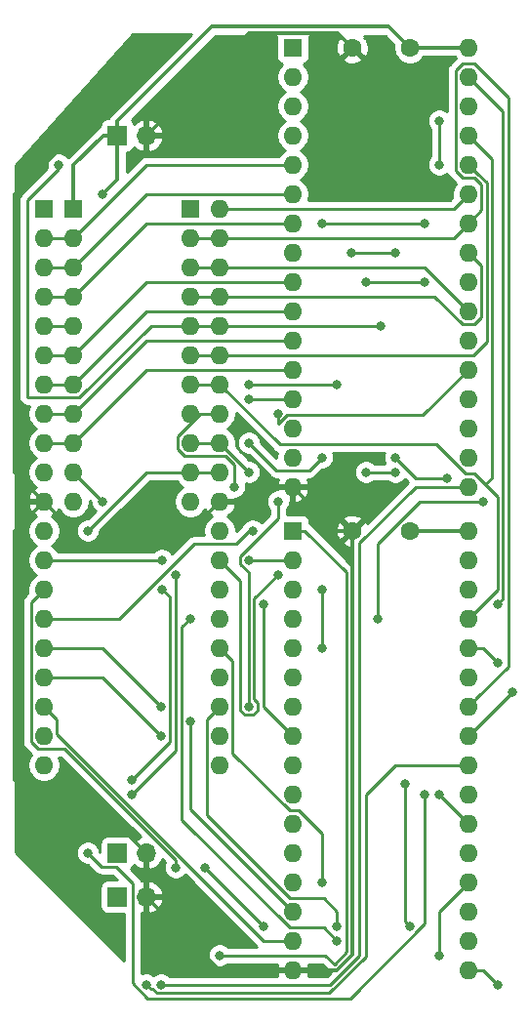
<source format=gtl>
G04 #@! TF.GenerationSoftware,KiCad,Pcbnew,5.1.5+dfsg1-2*
G04 #@! TF.CreationDate,2020-01-25T11:12:06+01:00*
G04 #@! TF.ProjectId,A500r5_eprom_adapter,41353030-7235-45f6-9570-726f6d5f6164,rev?*
G04 #@! TF.SameCoordinates,Original*
G04 #@! TF.FileFunction,Copper,L1,Top*
G04 #@! TF.FilePolarity,Positive*
%FSLAX46Y46*%
G04 Gerber Fmt 4.6, Leading zero omitted, Abs format (unit mm)*
G04 Created by KiCad (PCBNEW 5.1.5+dfsg1-2) date 2020-01-25 11:12:06*
%MOMM*%
%LPD*%
G04 APERTURE LIST*
%ADD10O,1.600000X1.600000*%
%ADD11R,1.600000X1.600000*%
%ADD12O,1.700000X1.700000*%
%ADD13R,1.700000X1.700000*%
%ADD14C,1.600000*%
%ADD15C,0.800000*%
%ADD16C,0.350000*%
%ADD17C,0.250000*%
%ADD18C,0.254000*%
G04 APERTURE END LIST*
D10*
X143510000Y-99060000D03*
X128270000Y-137160000D03*
X143510000Y-101600000D03*
X128270000Y-134620000D03*
X143510000Y-104140000D03*
X128270000Y-132080000D03*
X143510000Y-106680000D03*
X128270000Y-129540000D03*
X143510000Y-109220000D03*
X128270000Y-127000000D03*
X143510000Y-111760000D03*
X128270000Y-124460000D03*
X143510000Y-114300000D03*
X128270000Y-121920000D03*
X143510000Y-116840000D03*
X128270000Y-119380000D03*
X143510000Y-119380000D03*
X128270000Y-116840000D03*
X143510000Y-121920000D03*
X128270000Y-114300000D03*
X143510000Y-124460000D03*
X128270000Y-111760000D03*
X143510000Y-127000000D03*
X128270000Y-109220000D03*
X143510000Y-129540000D03*
X128270000Y-106680000D03*
X143510000Y-132080000D03*
X128270000Y-104140000D03*
X143510000Y-134620000D03*
X128270000Y-101600000D03*
X143510000Y-137160000D03*
D11*
X128270000Y-99060000D03*
D10*
X143510000Y-57150000D03*
X128270000Y-95250000D03*
X143510000Y-59690000D03*
X128270000Y-92710000D03*
X143510000Y-62230000D03*
X128270000Y-90170000D03*
X143510000Y-64770000D03*
X128270000Y-87630000D03*
X143510000Y-67310000D03*
X128270000Y-85090000D03*
X143510000Y-69850000D03*
X128270000Y-82550000D03*
X143510000Y-72390000D03*
X128270000Y-80010000D03*
X143510000Y-74930000D03*
X128270000Y-77470000D03*
X143510000Y-77470000D03*
X128270000Y-74930000D03*
X143510000Y-80010000D03*
X128270000Y-72390000D03*
X143510000Y-82550000D03*
X128270000Y-69850000D03*
X143510000Y-85090000D03*
X128270000Y-67310000D03*
X143510000Y-87630000D03*
X128270000Y-64770000D03*
X143510000Y-90170000D03*
X128270000Y-62230000D03*
X143510000Y-92710000D03*
X128270000Y-59690000D03*
X143510000Y-95250000D03*
D11*
X128270000Y-57150000D03*
D10*
X121920000Y-71120000D03*
X106680000Y-119380000D03*
X121920000Y-73660000D03*
X106680000Y-116840000D03*
X121920000Y-76200000D03*
X106680000Y-114300000D03*
X121920000Y-78740000D03*
X106680000Y-111760000D03*
X121920000Y-81280000D03*
X106680000Y-109220000D03*
X121920000Y-83820000D03*
X106680000Y-106680000D03*
X121920000Y-86360000D03*
X106680000Y-104140000D03*
X121920000Y-88900000D03*
X106680000Y-101600000D03*
X121920000Y-91440000D03*
X106680000Y-99060000D03*
X121920000Y-93980000D03*
X106680000Y-96520000D03*
X121920000Y-96520000D03*
X106680000Y-93980000D03*
X121920000Y-99060000D03*
X106680000Y-91440000D03*
X121920000Y-101600000D03*
X106680000Y-88900000D03*
X121920000Y-104140000D03*
X106680000Y-86360000D03*
X121920000Y-106680000D03*
X106680000Y-83820000D03*
X121920000Y-109220000D03*
X106680000Y-81280000D03*
X121920000Y-111760000D03*
X106680000Y-78740000D03*
X121920000Y-114300000D03*
X106680000Y-76200000D03*
X121920000Y-116840000D03*
X106680000Y-73660000D03*
X121920000Y-119380000D03*
D11*
X106680000Y-71120000D03*
D10*
X119380000Y-96520000D03*
X119380000Y-93980000D03*
X119380000Y-91440000D03*
X119380000Y-88900000D03*
X119380000Y-86360000D03*
X119380000Y-83820000D03*
X119380000Y-81280000D03*
X119380000Y-78740000D03*
X119380000Y-76200000D03*
X119380000Y-73660000D03*
D11*
X119380000Y-71120000D03*
D10*
X109220000Y-96520000D03*
X109220000Y-93980000D03*
X109220000Y-91440000D03*
X109220000Y-88900000D03*
X109220000Y-86360000D03*
X109220000Y-83820000D03*
X109220000Y-81280000D03*
X109220000Y-78740000D03*
X109220000Y-76200000D03*
X109220000Y-73660000D03*
D11*
X109220000Y-71120000D03*
D12*
X115570000Y-130810000D03*
D13*
X113030000Y-130810000D03*
D12*
X115570000Y-127000000D03*
D13*
X113030000Y-127000000D03*
D12*
X115570000Y-64770000D03*
D13*
X113030000Y-64770000D03*
D14*
X133430000Y-57150000D03*
X138430000Y-57150000D03*
X133430000Y-99060000D03*
X138430000Y-99060000D03*
D15*
X113030000Y-60960000D03*
X119380000Y-60960000D03*
X111760000Y-69850000D03*
X114300000Y-121920000D03*
X118110000Y-102870000D03*
X120650000Y-128270000D03*
X125730000Y-133350000D03*
X138430000Y-133350000D03*
X138030001Y-121049999D03*
X146050000Y-105410000D03*
X121920000Y-135890000D03*
X125730000Y-105410000D03*
X111760000Y-96520000D03*
X110490000Y-99060000D03*
X110490000Y-127000000D03*
X139700000Y-121920000D03*
X130810000Y-72390000D03*
X139700000Y-72390000D03*
X124460000Y-93980000D03*
X124460000Y-101600000D03*
X134620000Y-77470000D03*
X139700000Y-77470000D03*
X124460000Y-86360000D03*
X132080000Y-86360000D03*
X133350000Y-74930000D03*
X137160000Y-74930000D03*
X123190000Y-95250000D03*
X146050000Y-110490000D03*
X140970000Y-63500000D03*
X140970000Y-67310000D03*
X107950000Y-67310000D03*
X135890000Y-81280000D03*
X147320000Y-113030000D03*
X146050000Y-138430000D03*
X116840000Y-138430000D03*
X116840000Y-116840000D03*
X124460000Y-114300000D03*
X127000000Y-96520000D03*
X116840000Y-114300000D03*
X119380000Y-115570000D03*
X124785001Y-99060000D03*
X124460000Y-91440000D03*
X130810000Y-92710000D03*
X118110000Y-128270000D03*
X116905070Y-101600000D03*
X124460000Y-87630000D03*
X115570000Y-138430000D03*
X140970000Y-121920000D03*
X141605708Y-94508228D03*
X137160000Y-92710000D03*
X116905070Y-104140000D03*
X114300000Y-120650000D03*
X127000000Y-88900000D03*
X127000000Y-102870000D03*
X119380000Y-106680000D03*
X132080000Y-134620000D03*
X140970000Y-135890000D03*
X135615010Y-106680000D03*
X144780000Y-96520000D03*
X130810000Y-129540000D03*
X137160000Y-93980000D03*
X134620000Y-93980000D03*
X130810000Y-104140000D03*
X130810000Y-109220000D03*
X132080000Y-133350000D03*
D16*
X115570000Y-64770000D02*
X124460000Y-55880000D01*
X132160000Y-55880000D02*
X133430000Y-57150000D01*
X124460000Y-55880000D02*
X132160000Y-55880000D01*
X132080000Y-99060000D02*
X128270000Y-95250000D01*
X133430000Y-99060000D02*
X132080000Y-99060000D01*
X128270000Y-95250000D02*
X125730000Y-95250000D01*
X124460000Y-96520000D02*
X121920000Y-96520000D01*
X125730000Y-95250000D02*
X124460000Y-96520000D01*
X109220000Y-99060000D02*
X106680000Y-96520000D01*
X109220000Y-100330000D02*
X109220000Y-99060000D01*
X121920000Y-96520000D02*
X118110000Y-100330000D01*
X118110000Y-100330000D02*
X109220000Y-100330000D01*
X133430000Y-99060000D02*
X133430000Y-135810000D01*
X132080000Y-137160000D02*
X128270000Y-137160000D01*
X133430000Y-135810000D02*
X132080000Y-137160000D01*
X121920000Y-137160000D02*
X115570000Y-130810000D01*
X128270000Y-137160000D02*
X121920000Y-137160000D01*
X115570000Y-130810000D02*
X115570000Y-127000000D01*
X106680000Y-96520000D02*
X104140000Y-93980000D01*
X104140000Y-93980000D02*
X104140000Y-69850000D01*
X104140000Y-69850000D02*
X113030000Y-60960000D01*
X104140000Y-99060000D02*
X106680000Y-96520000D01*
X104140000Y-120650000D02*
X104140000Y-99060000D01*
X105410000Y-121920000D02*
X104140000Y-120650000D01*
X115570000Y-127000000D02*
X110490000Y-121920000D01*
X110490000Y-121920000D02*
X105410000Y-121920000D01*
X111830000Y-64770000D02*
X113030000Y-64770000D01*
X109220000Y-67380000D02*
X111830000Y-64770000D01*
X109220000Y-71120000D02*
X109220000Y-67380000D01*
X113030000Y-68580000D02*
X113030000Y-64770000D01*
X111760000Y-69850000D02*
X113030000Y-68580000D01*
X138430000Y-57150000D02*
X143510000Y-57150000D01*
X121270010Y-55329990D02*
X113030000Y-63570000D01*
X136609990Y-55329990D02*
X121270010Y-55329990D01*
X113030000Y-63570000D02*
X113030000Y-64770000D01*
X138430000Y-57150000D02*
X136609990Y-55329990D01*
X143510000Y-99060000D02*
X138430000Y-99060000D01*
D17*
X114300000Y-121920000D02*
X115570000Y-120650000D01*
X115570000Y-120650000D02*
X118110000Y-118110000D01*
X118110000Y-118110000D02*
X118110000Y-102870000D01*
X120650000Y-128270000D02*
X125730000Y-133350000D01*
X138030001Y-132950001D02*
X138030001Y-121049999D01*
X138430000Y-133350000D02*
X138030001Y-132950001D01*
X146500009Y-104959991D02*
X146050000Y-105410000D01*
X143510000Y-59690000D02*
X146500009Y-62680009D01*
X146500009Y-62680009D02*
X146500009Y-104959991D01*
X129320000Y-99060000D02*
X132929990Y-102669990D01*
X128270000Y-99060000D02*
X129320000Y-99060000D01*
X132929990Y-102669990D02*
X132929990Y-135602890D01*
X132929990Y-135602890D02*
X131872890Y-136659990D01*
X131872890Y-136659990D02*
X131102900Y-135890000D01*
X131102900Y-135890000D02*
X121920000Y-135890000D01*
X106680000Y-91440000D02*
X109220000Y-91440000D01*
X127138630Y-85090000D02*
X128270000Y-85090000D01*
X109220000Y-91440000D02*
X115570000Y-85090000D01*
X115570000Y-85090000D02*
X127138630Y-85090000D01*
X106680000Y-88900000D02*
X109220000Y-88900000D01*
X115570000Y-82550000D02*
X128270000Y-82550000D01*
X109220000Y-88900000D02*
X115570000Y-82550000D01*
X106680000Y-86360000D02*
X109220000Y-86360000D01*
X115570000Y-80010000D02*
X128270000Y-80010000D01*
X109220000Y-86360000D02*
X115570000Y-80010000D01*
X106680000Y-83820000D02*
X109220000Y-83820000D01*
X115570000Y-77470000D02*
X128270000Y-77470000D01*
X109220000Y-83820000D02*
X115570000Y-77470000D01*
X106680000Y-81280000D02*
X109220000Y-81280000D01*
X125730000Y-114300000D02*
X128270000Y-116840000D01*
X125730000Y-105410000D02*
X125730000Y-114300000D01*
X106680000Y-78740000D02*
X109220000Y-78740000D01*
X115570000Y-72390000D02*
X128270000Y-72390000D01*
X109220000Y-78740000D02*
X115570000Y-72390000D01*
X106680000Y-76200000D02*
X109220000Y-76200000D01*
X115570000Y-69850000D02*
X128270000Y-69850000D01*
X109220000Y-76200000D02*
X115570000Y-69850000D01*
X106680000Y-73660000D02*
X109220000Y-73660000D01*
X115570000Y-67310000D02*
X128270000Y-67310000D01*
X109220000Y-73660000D02*
X115570000Y-67310000D01*
X142240000Y-71120000D02*
X143510000Y-69850000D01*
X121920000Y-71120000D02*
X142240000Y-71120000D01*
X109220000Y-93980000D02*
X111760000Y-96520000D01*
X119380000Y-93980000D02*
X121920000Y-93980000D01*
X119380000Y-93980000D02*
X115570000Y-93980000D01*
X115570000Y-93980000D02*
X110490000Y-99060000D01*
X110490000Y-99060000D02*
X112485001Y-97064999D01*
X133247992Y-139605010D02*
X139700000Y-133153002D01*
X115672008Y-139605010D02*
X133247992Y-139605010D01*
X110490000Y-127000000D02*
X111665001Y-128175001D01*
X111665001Y-128175001D02*
X112935001Y-128175001D01*
X112935001Y-128175001D02*
X114394999Y-129634999D01*
X114394999Y-129634999D02*
X114394999Y-138328001D01*
X114394999Y-138328001D02*
X115672008Y-139605010D01*
X139700000Y-133153002D02*
X139700000Y-121920000D01*
X130810000Y-72390000D02*
X139700000Y-72390000D01*
X119380000Y-91440000D02*
X121920000Y-91440000D01*
X121920000Y-91440000D02*
X124460000Y-93980000D01*
X124460000Y-101600000D02*
X128270000Y-101600000D01*
X134620000Y-77470000D02*
X139700000Y-77470000D01*
X119380000Y-88900000D02*
X121920000Y-88900000D01*
X124460000Y-86360000D02*
X128665002Y-86360000D01*
X128665002Y-86360000D02*
X132080000Y-86360000D01*
X133350000Y-74930000D02*
X137160000Y-74930000D01*
X120254998Y-88900000D02*
X118254999Y-90899999D01*
X121920000Y-88900000D02*
X120254998Y-88900000D01*
X118254999Y-90899999D02*
X118254999Y-91980001D01*
X118254999Y-91980001D02*
X118839999Y-92565001D01*
X122408591Y-92565001D02*
X123190000Y-93346410D01*
X118839999Y-92565001D02*
X122408591Y-92565001D01*
X123190000Y-93346410D02*
X123190000Y-95250000D01*
X119380000Y-86360000D02*
X121920000Y-86360000D01*
X140719997Y-91584999D02*
X143259997Y-94124999D01*
X121920000Y-86360000D02*
X127144999Y-91584999D01*
X143259997Y-94124999D02*
X144050001Y-94124999D01*
X127144999Y-91584999D02*
X140719997Y-91584999D01*
X146050000Y-104140000D02*
X143510000Y-106680000D01*
X146050000Y-96124998D02*
X146050000Y-104140000D01*
X145535020Y-66795020D02*
X144309999Y-65569999D01*
X145535020Y-94494980D02*
X145535020Y-66795020D01*
X144977501Y-95052499D02*
X145535020Y-94494980D01*
X144309999Y-65569999D02*
X143510000Y-64770000D01*
X144050001Y-94124999D02*
X144977501Y-95052499D01*
X144977501Y-95052499D02*
X146050000Y-96124998D01*
X119380000Y-83820000D02*
X121920000Y-83820000D01*
X145085010Y-68885010D02*
X144309999Y-68109999D01*
X145085010Y-82639992D02*
X145085010Y-68885010D01*
X143905002Y-83820000D02*
X145085010Y-82639992D01*
X144309999Y-68109999D02*
X143510000Y-67310000D01*
X121920000Y-83820000D02*
X143905002Y-83820000D01*
X143510000Y-109220000D02*
X144780000Y-109220000D01*
X144780000Y-109220000D02*
X146050000Y-110490000D01*
X140970000Y-63500000D02*
X140970000Y-67310000D01*
X119380000Y-81280000D02*
X121920000Y-81280000D01*
X109760001Y-87485001D02*
X105265001Y-87485001D01*
X121920000Y-81280000D02*
X115965002Y-81280000D01*
X115965002Y-81280000D02*
X109760001Y-87485001D01*
X105265001Y-70349997D02*
X107950000Y-67664998D01*
X105265001Y-87485001D02*
X105265001Y-70349997D01*
X107950000Y-67664998D02*
X107950000Y-67310000D01*
X121920000Y-81280000D02*
X128665002Y-81280000D01*
X128665002Y-81280000D02*
X135890000Y-81280000D01*
X119380000Y-78740000D02*
X121920000Y-78740000D01*
X144309999Y-75729999D02*
X143510000Y-74930000D01*
X144635001Y-76055001D02*
X144309999Y-75729999D01*
X144635001Y-80550001D02*
X144635001Y-76055001D01*
X144050001Y-81135001D02*
X144635001Y-80550001D01*
X142969999Y-81135001D02*
X144050001Y-81135001D01*
X140574998Y-78740000D02*
X142969999Y-81135001D01*
X121920000Y-78740000D02*
X140574998Y-78740000D01*
X143510000Y-116840000D02*
X147320000Y-113030000D01*
X119380000Y-76200000D02*
X121920000Y-76200000D01*
X139700000Y-76200000D02*
X143510000Y-80010000D01*
X121920000Y-76200000D02*
X139700000Y-76200000D01*
X119380000Y-73660000D02*
X121920000Y-73660000D01*
X142240000Y-73660000D02*
X143510000Y-72390000D01*
X121920000Y-73660000D02*
X142240000Y-73660000D01*
X144309999Y-113500001D02*
X143510000Y-114300000D01*
X146950019Y-110859981D02*
X144309999Y-113500001D01*
X146950019Y-61465017D02*
X146950019Y-110859981D01*
X144050001Y-58564999D02*
X146950019Y-61465017D01*
X142969999Y-58564999D02*
X144050001Y-58564999D01*
X142384999Y-59149999D02*
X142969999Y-58564999D01*
X142384999Y-67850001D02*
X142384999Y-59149999D01*
X142969999Y-68435001D02*
X142384999Y-67850001D01*
X143998591Y-68435001D02*
X142969999Y-68435001D01*
X144635000Y-69071410D02*
X143998591Y-68435001D01*
X144635000Y-71265000D02*
X144635000Y-69071410D01*
X143510000Y-72390000D02*
X144635000Y-71265000D01*
X144780000Y-137160000D02*
X143510000Y-137160000D01*
X146050000Y-138430000D02*
X144780000Y-137160000D01*
X134057120Y-100097882D02*
X138905002Y-95250000D01*
X138905002Y-95250000D02*
X143510000Y-95250000D01*
X134057120Y-135890000D02*
X134057120Y-100097882D01*
X116840000Y-138430000D02*
X131517120Y-138430000D01*
X131517120Y-138430000D02*
X134057120Y-135890000D01*
X128270000Y-134620000D02*
X125730000Y-134620000D01*
X125730000Y-134620000D02*
X107805001Y-116695001D01*
X107479999Y-115099999D02*
X106680000Y-114300000D01*
X107805001Y-115425001D02*
X107479999Y-115099999D01*
X107805001Y-116695001D02*
X107805001Y-115425001D01*
X106680000Y-111760000D02*
X111760000Y-111760000D01*
X111760000Y-111760000D02*
X116840000Y-116840000D01*
X123734999Y-101251999D02*
X127000000Y-97986998D01*
X127000000Y-97986998D02*
X127000000Y-96520000D01*
X124460000Y-114300000D02*
X124460000Y-104140000D01*
X123734999Y-101948001D02*
X124460000Y-102673002D01*
X123734999Y-101251999D02*
X123734999Y-101948001D01*
X124460000Y-102673002D02*
X124460000Y-104140000D01*
X111760000Y-109220000D02*
X116840000Y-114300000D01*
X119380000Y-123190000D02*
X128270000Y-132080000D01*
X119380000Y-115570000D02*
X119380000Y-123190000D01*
X106680000Y-109220000D02*
X111760000Y-109220000D01*
X119721997Y-100185001D02*
X123334999Y-100185001D01*
X106680000Y-106680000D02*
X113226998Y-106680000D01*
X113226998Y-106680000D02*
X119721997Y-100185001D01*
X123334999Y-100185001D02*
X124460000Y-99060000D01*
X124460000Y-99060000D02*
X124785001Y-99060000D01*
X126855001Y-93835001D02*
X129684999Y-93835001D01*
X124460000Y-91440000D02*
X126855001Y-93835001D01*
X129684999Y-93835001D02*
X130810000Y-92710000D01*
X105880001Y-104939999D02*
X106680000Y-104140000D01*
X105554999Y-105265001D02*
X105880001Y-104939999D01*
X105554999Y-117380001D02*
X105554999Y-105265001D01*
X106139999Y-117965001D02*
X105554999Y-117380001D01*
X108438591Y-117965001D02*
X106139999Y-117965001D01*
X118110000Y-127636410D02*
X108438591Y-117965001D01*
X118110000Y-128270000D02*
X118110000Y-127636410D01*
X106680000Y-101600000D02*
X116840000Y-101600000D01*
X116840000Y-101600000D02*
X116905070Y-101600000D01*
X124460000Y-87630000D02*
X128270000Y-87630000D01*
X134620000Y-121920000D02*
X137160000Y-119380000D01*
X131428529Y-139155001D02*
X134620000Y-135963530D01*
X134620000Y-135963530D02*
X134620000Y-121920000D01*
X137160000Y-119380000D02*
X143510000Y-119380000D01*
X116491999Y-139155001D02*
X131428529Y-139155001D01*
X116114999Y-138778001D02*
X116491999Y-139155001D01*
X115969999Y-138829999D02*
X115570000Y-138430000D01*
X116063001Y-138829999D02*
X115969999Y-138829999D01*
X116114999Y-138778001D02*
X116063001Y-138829999D01*
X143510000Y-124460000D02*
X140970000Y-121920000D01*
X141605708Y-94508228D02*
X138958228Y-94508228D01*
X138958228Y-94508228D02*
X137160000Y-92710000D01*
X117565001Y-104799931D02*
X117565001Y-117384999D01*
X116905070Y-104140000D02*
X117565001Y-104799931D01*
X117565001Y-117384999D02*
X114300000Y-120650000D01*
X127729999Y-89044999D02*
X127000000Y-89774998D01*
X143510000Y-85090000D02*
X139555001Y-89044999D01*
X139555001Y-89044999D02*
X127729999Y-89044999D01*
X127000000Y-89774998D02*
X127000000Y-88900000D01*
X123734999Y-103414999D02*
X122719999Y-102399999D01*
X125185001Y-113951999D02*
X125185001Y-114648001D01*
X123734999Y-114648001D02*
X123734999Y-103414999D01*
X124910010Y-113677008D02*
X125185001Y-113951999D01*
X124910010Y-104959990D02*
X124910010Y-113677008D01*
X122719999Y-102399999D02*
X121920000Y-101600000D01*
X124111999Y-115025001D02*
X123734999Y-114648001D01*
X124808001Y-115025001D02*
X124111999Y-115025001D01*
X125185001Y-114648001D02*
X124808001Y-115025001D01*
X127000000Y-102870000D02*
X124910010Y-104959990D01*
X128019997Y-133494999D02*
X130954999Y-133494999D01*
X118654999Y-124130001D02*
X128019997Y-133494999D01*
X119380000Y-106680000D02*
X118654999Y-107405001D01*
X118654999Y-107405001D02*
X118654999Y-124130001D01*
X130954999Y-133494999D02*
X132080000Y-134620000D01*
X140970000Y-132080000D02*
X143510000Y-129540000D01*
X140970000Y-135890000D02*
X140970000Y-132080000D01*
X135615010Y-100209988D02*
X139304998Y-96520000D01*
X135615010Y-106680000D02*
X135615010Y-100209988D01*
X139304998Y-96520000D02*
X144780000Y-96520000D01*
X128810001Y-123334999D02*
X130810000Y-125334998D01*
X128019997Y-123334999D02*
X128810001Y-123334999D01*
X123045001Y-118360003D02*
X128019997Y-123334999D01*
X121920000Y-109220000D02*
X123045001Y-110345001D01*
X123045001Y-110345001D02*
X123045001Y-118360003D01*
X130810000Y-125334998D02*
X130810000Y-129540000D01*
X137160000Y-93980000D02*
X134620000Y-93980000D01*
X130810000Y-104140000D02*
X130810000Y-109220000D01*
X128019997Y-130954999D02*
X130954999Y-130954999D01*
X120794999Y-123730001D02*
X128019997Y-130954999D01*
X121920000Y-114300000D02*
X120794999Y-115425001D01*
X120794999Y-115425001D02*
X120794999Y-123730001D01*
X130954999Y-130954999D02*
X132080000Y-132080000D01*
X132080000Y-132080000D02*
X132080000Y-133350000D01*
D18*
G36*
X115697000Y-126873000D02*
G01*
X115717000Y-126873000D01*
X115717000Y-127127000D01*
X115697000Y-127127000D01*
X115697000Y-128320155D01*
X115926890Y-128441476D01*
X116074099Y-128396825D01*
X116336920Y-128271641D01*
X116570269Y-128097588D01*
X116765178Y-127881355D01*
X116914157Y-127631252D01*
X116944500Y-127545712D01*
X117188617Y-127789829D01*
X117114774Y-127968102D01*
X117075000Y-128168061D01*
X117075000Y-128371939D01*
X117114774Y-128571898D01*
X117192795Y-128760256D01*
X117306063Y-128929774D01*
X117450226Y-129073937D01*
X117619744Y-129187205D01*
X117808102Y-129265226D01*
X118008061Y-129305000D01*
X118211939Y-129305000D01*
X118411898Y-129265226D01*
X118600256Y-129187205D01*
X118769774Y-129073937D01*
X118913937Y-128929774D01*
X118934379Y-128899181D01*
X125165198Y-135130000D01*
X122623711Y-135130000D01*
X122579774Y-135086063D01*
X122410256Y-134972795D01*
X122221898Y-134894774D01*
X122021939Y-134855000D01*
X121818061Y-134855000D01*
X121618102Y-134894774D01*
X121429744Y-134972795D01*
X121260226Y-135086063D01*
X121116063Y-135230226D01*
X121002795Y-135399744D01*
X120924774Y-135588102D01*
X120885000Y-135788061D01*
X120885000Y-135991939D01*
X120924774Y-136191898D01*
X121002795Y-136380256D01*
X121116063Y-136549774D01*
X121260226Y-136693937D01*
X121429744Y-136807205D01*
X121618102Y-136885226D01*
X121818061Y-136925000D01*
X122021939Y-136925000D01*
X122221898Y-136885226D01*
X122410256Y-136807205D01*
X122579774Y-136693937D01*
X122623711Y-136650000D01*
X126931474Y-136650000D01*
X126918754Y-136676913D01*
X126878096Y-136810961D01*
X127000085Y-137033000D01*
X128143000Y-137033000D01*
X128143000Y-137013000D01*
X128397000Y-137013000D01*
X128397000Y-137033000D01*
X129539915Y-137033000D01*
X129661904Y-136810961D01*
X129621246Y-136676913D01*
X129608526Y-136650000D01*
X130788099Y-136650000D01*
X131309091Y-137170992D01*
X131332889Y-137199991D01*
X131448614Y-137294964D01*
X131532511Y-137339808D01*
X131202319Y-137670000D01*
X129608526Y-137670000D01*
X129621246Y-137643087D01*
X129661904Y-137509039D01*
X129539915Y-137287000D01*
X128397000Y-137287000D01*
X128397000Y-137307000D01*
X128143000Y-137307000D01*
X128143000Y-137287000D01*
X127000085Y-137287000D01*
X126878096Y-137509039D01*
X126918754Y-137643087D01*
X126931474Y-137670000D01*
X117543711Y-137670000D01*
X117499774Y-137626063D01*
X117330256Y-137512795D01*
X117141898Y-137434774D01*
X116941939Y-137395000D01*
X116738061Y-137395000D01*
X116538102Y-137434774D01*
X116349744Y-137512795D01*
X116205000Y-137609510D01*
X116060256Y-137512795D01*
X115871898Y-137434774D01*
X115671939Y-137395000D01*
X115468061Y-137395000D01*
X115268102Y-137434774D01*
X115154999Y-137481623D01*
X115154999Y-132233850D01*
X115213110Y-132251476D01*
X115443000Y-132130155D01*
X115443000Y-130937000D01*
X115697000Y-130937000D01*
X115697000Y-132130155D01*
X115926890Y-132251476D01*
X116074099Y-132206825D01*
X116336920Y-132081641D01*
X116570269Y-131907588D01*
X116765178Y-131691355D01*
X116914157Y-131441252D01*
X117011481Y-131166891D01*
X116890814Y-130937000D01*
X115697000Y-130937000D01*
X115443000Y-130937000D01*
X115423000Y-130937000D01*
X115423000Y-130683000D01*
X115443000Y-130683000D01*
X115443000Y-129489845D01*
X115697000Y-129489845D01*
X115697000Y-130683000D01*
X116890814Y-130683000D01*
X117011481Y-130453109D01*
X116914157Y-130178748D01*
X116765178Y-129928645D01*
X116570269Y-129712412D01*
X116336920Y-129538359D01*
X116074099Y-129413175D01*
X115926890Y-129368524D01*
X115697000Y-129489845D01*
X115443000Y-129489845D01*
X115213110Y-129368524D01*
X115117188Y-129397619D01*
X115100545Y-129342752D01*
X115029974Y-129210724D01*
X115029973Y-129210722D01*
X114958798Y-129123996D01*
X114935000Y-129094998D01*
X114906003Y-129071201D01*
X114222011Y-128387209D01*
X114234494Y-128380537D01*
X114331185Y-128301185D01*
X114410537Y-128204494D01*
X114469502Y-128094180D01*
X114493966Y-128013534D01*
X114569731Y-128097588D01*
X114803080Y-128271641D01*
X115065901Y-128396825D01*
X115213110Y-128441476D01*
X115443000Y-128320155D01*
X115443000Y-127127000D01*
X115423000Y-127127000D01*
X115423000Y-126873000D01*
X115443000Y-126873000D01*
X115443000Y-126853000D01*
X115697000Y-126853000D01*
X115697000Y-126873000D01*
G37*
X115697000Y-126873000D02*
X115717000Y-126873000D01*
X115717000Y-127127000D01*
X115697000Y-127127000D01*
X115697000Y-128320155D01*
X115926890Y-128441476D01*
X116074099Y-128396825D01*
X116336920Y-128271641D01*
X116570269Y-128097588D01*
X116765178Y-127881355D01*
X116914157Y-127631252D01*
X116944500Y-127545712D01*
X117188617Y-127789829D01*
X117114774Y-127968102D01*
X117075000Y-128168061D01*
X117075000Y-128371939D01*
X117114774Y-128571898D01*
X117192795Y-128760256D01*
X117306063Y-128929774D01*
X117450226Y-129073937D01*
X117619744Y-129187205D01*
X117808102Y-129265226D01*
X118008061Y-129305000D01*
X118211939Y-129305000D01*
X118411898Y-129265226D01*
X118600256Y-129187205D01*
X118769774Y-129073937D01*
X118913937Y-128929774D01*
X118934379Y-128899181D01*
X125165198Y-135130000D01*
X122623711Y-135130000D01*
X122579774Y-135086063D01*
X122410256Y-134972795D01*
X122221898Y-134894774D01*
X122021939Y-134855000D01*
X121818061Y-134855000D01*
X121618102Y-134894774D01*
X121429744Y-134972795D01*
X121260226Y-135086063D01*
X121116063Y-135230226D01*
X121002795Y-135399744D01*
X120924774Y-135588102D01*
X120885000Y-135788061D01*
X120885000Y-135991939D01*
X120924774Y-136191898D01*
X121002795Y-136380256D01*
X121116063Y-136549774D01*
X121260226Y-136693937D01*
X121429744Y-136807205D01*
X121618102Y-136885226D01*
X121818061Y-136925000D01*
X122021939Y-136925000D01*
X122221898Y-136885226D01*
X122410256Y-136807205D01*
X122579774Y-136693937D01*
X122623711Y-136650000D01*
X126931474Y-136650000D01*
X126918754Y-136676913D01*
X126878096Y-136810961D01*
X127000085Y-137033000D01*
X128143000Y-137033000D01*
X128143000Y-137013000D01*
X128397000Y-137013000D01*
X128397000Y-137033000D01*
X129539915Y-137033000D01*
X129661904Y-136810961D01*
X129621246Y-136676913D01*
X129608526Y-136650000D01*
X130788099Y-136650000D01*
X131309091Y-137170992D01*
X131332889Y-137199991D01*
X131448614Y-137294964D01*
X131532511Y-137339808D01*
X131202319Y-137670000D01*
X129608526Y-137670000D01*
X129621246Y-137643087D01*
X129661904Y-137509039D01*
X129539915Y-137287000D01*
X128397000Y-137287000D01*
X128397000Y-137307000D01*
X128143000Y-137307000D01*
X128143000Y-137287000D01*
X127000085Y-137287000D01*
X126878096Y-137509039D01*
X126918754Y-137643087D01*
X126931474Y-137670000D01*
X117543711Y-137670000D01*
X117499774Y-137626063D01*
X117330256Y-137512795D01*
X117141898Y-137434774D01*
X116941939Y-137395000D01*
X116738061Y-137395000D01*
X116538102Y-137434774D01*
X116349744Y-137512795D01*
X116205000Y-137609510D01*
X116060256Y-137512795D01*
X115871898Y-137434774D01*
X115671939Y-137395000D01*
X115468061Y-137395000D01*
X115268102Y-137434774D01*
X115154999Y-137481623D01*
X115154999Y-132233850D01*
X115213110Y-132251476D01*
X115443000Y-132130155D01*
X115443000Y-130937000D01*
X115697000Y-130937000D01*
X115697000Y-132130155D01*
X115926890Y-132251476D01*
X116074099Y-132206825D01*
X116336920Y-132081641D01*
X116570269Y-131907588D01*
X116765178Y-131691355D01*
X116914157Y-131441252D01*
X117011481Y-131166891D01*
X116890814Y-130937000D01*
X115697000Y-130937000D01*
X115443000Y-130937000D01*
X115423000Y-130937000D01*
X115423000Y-130683000D01*
X115443000Y-130683000D01*
X115443000Y-129489845D01*
X115697000Y-129489845D01*
X115697000Y-130683000D01*
X116890814Y-130683000D01*
X117011481Y-130453109D01*
X116914157Y-130178748D01*
X116765178Y-129928645D01*
X116570269Y-129712412D01*
X116336920Y-129538359D01*
X116074099Y-129413175D01*
X115926890Y-129368524D01*
X115697000Y-129489845D01*
X115443000Y-129489845D01*
X115213110Y-129368524D01*
X115117188Y-129397619D01*
X115100545Y-129342752D01*
X115029974Y-129210724D01*
X115029973Y-129210722D01*
X114958798Y-129123996D01*
X114935000Y-129094998D01*
X114906003Y-129071201D01*
X114222011Y-128387209D01*
X114234494Y-128380537D01*
X114331185Y-128301185D01*
X114410537Y-128204494D01*
X114469502Y-128094180D01*
X114493966Y-128013534D01*
X114569731Y-128097588D01*
X114803080Y-128271641D01*
X115065901Y-128396825D01*
X115213110Y-128441476D01*
X115443000Y-128320155D01*
X115443000Y-127127000D01*
X115423000Y-127127000D01*
X115423000Y-126873000D01*
X115443000Y-126873000D01*
X115443000Y-126853000D01*
X115697000Y-126853000D01*
X115697000Y-126873000D01*
G36*
X112485388Y-62969100D02*
G01*
X112454472Y-62994472D01*
X112387791Y-63075724D01*
X112353251Y-63117811D01*
X112313049Y-63193025D01*
X112278037Y-63258528D01*
X112270939Y-63281928D01*
X112180000Y-63281928D01*
X112055518Y-63294188D01*
X111935820Y-63330498D01*
X111825506Y-63389463D01*
X111728815Y-63468815D01*
X111649463Y-63565506D01*
X111590498Y-63675820D01*
X111554188Y-63795518D01*
X111541928Y-63920000D01*
X111541928Y-64010938D01*
X111518527Y-64018037D01*
X111377811Y-64093251D01*
X111254472Y-64194472D01*
X111229105Y-64225382D01*
X108774094Y-66680394D01*
X108753937Y-66650226D01*
X108609774Y-66506063D01*
X108440256Y-66392795D01*
X108251898Y-66314774D01*
X108051939Y-66275000D01*
X107848061Y-66275000D01*
X107648102Y-66314774D01*
X107459744Y-66392795D01*
X107290226Y-66506063D01*
X107146063Y-66650226D01*
X107032795Y-66819744D01*
X106954774Y-67008102D01*
X106915000Y-67208061D01*
X106915000Y-67411939D01*
X106950381Y-67589815D01*
X104753999Y-69786198D01*
X104725001Y-69809996D01*
X104701203Y-69838994D01*
X104701202Y-69838995D01*
X104630027Y-69925721D01*
X104559455Y-70057751D01*
X104530897Y-70151898D01*
X104517666Y-70195518D01*
X104515999Y-70201012D01*
X104501325Y-70349997D01*
X104505002Y-70387330D01*
X104505001Y-87447668D01*
X104501324Y-87485001D01*
X104515998Y-87633987D01*
X104559455Y-87777248D01*
X104630027Y-87909277D01*
X104648592Y-87931898D01*
X104725000Y-88025002D01*
X104840725Y-88119975D01*
X104972754Y-88190547D01*
X105116015Y-88234004D01*
X105265001Y-88248678D01*
X105302334Y-88245001D01*
X105398077Y-88245001D01*
X105300147Y-88481426D01*
X105245000Y-88758665D01*
X105245000Y-89041335D01*
X105300147Y-89318574D01*
X105408320Y-89579727D01*
X105565363Y-89814759D01*
X105765241Y-90014637D01*
X105997759Y-90170000D01*
X105765241Y-90325363D01*
X105565363Y-90525241D01*
X105408320Y-90760273D01*
X105300147Y-91021426D01*
X105245000Y-91298665D01*
X105245000Y-91581335D01*
X105300147Y-91858574D01*
X105408320Y-92119727D01*
X105565363Y-92354759D01*
X105765241Y-92554637D01*
X105997759Y-92710000D01*
X105765241Y-92865363D01*
X105565363Y-93065241D01*
X105408320Y-93300273D01*
X105300147Y-93561426D01*
X105245000Y-93838665D01*
X105245000Y-94121335D01*
X105300147Y-94398574D01*
X105408320Y-94659727D01*
X105565363Y-94894759D01*
X105765241Y-95094637D01*
X106000273Y-95251680D01*
X106010865Y-95256067D01*
X105824869Y-95367615D01*
X105616481Y-95556586D01*
X105448963Y-95782580D01*
X105328754Y-96036913D01*
X105288096Y-96170961D01*
X105410085Y-96393000D01*
X106553000Y-96393000D01*
X106553000Y-96373000D01*
X106807000Y-96373000D01*
X106807000Y-96393000D01*
X106827000Y-96393000D01*
X106827000Y-96647000D01*
X106807000Y-96647000D01*
X106807000Y-96667000D01*
X106553000Y-96667000D01*
X106553000Y-96647000D01*
X105410085Y-96647000D01*
X105288096Y-96869039D01*
X105328754Y-97003087D01*
X105448963Y-97257420D01*
X105616481Y-97483414D01*
X105824869Y-97672385D01*
X106010865Y-97783933D01*
X106000273Y-97788320D01*
X105765241Y-97945363D01*
X105565363Y-98145241D01*
X105408320Y-98380273D01*
X105300147Y-98641426D01*
X105245000Y-98918665D01*
X105245000Y-99201335D01*
X105300147Y-99478574D01*
X105408320Y-99739727D01*
X105565363Y-99974759D01*
X105765241Y-100174637D01*
X105997759Y-100330000D01*
X105765241Y-100485363D01*
X105565363Y-100685241D01*
X105408320Y-100920273D01*
X105300147Y-101181426D01*
X105245000Y-101458665D01*
X105245000Y-101741335D01*
X105300147Y-102018574D01*
X105408320Y-102279727D01*
X105565363Y-102514759D01*
X105765241Y-102714637D01*
X105997759Y-102870000D01*
X105765241Y-103025363D01*
X105565363Y-103225241D01*
X105408320Y-103460273D01*
X105300147Y-103721426D01*
X105245000Y-103998665D01*
X105245000Y-104281335D01*
X105281312Y-104463887D01*
X105043997Y-104701202D01*
X105014999Y-104725000D01*
X104991201Y-104753998D01*
X104991200Y-104753999D01*
X104920025Y-104840725D01*
X104849453Y-104972755D01*
X104819179Y-105072559D01*
X104808398Y-105108102D01*
X104805997Y-105116016D01*
X104791323Y-105265001D01*
X104795000Y-105302333D01*
X104794999Y-117342679D01*
X104791323Y-117380001D01*
X104794999Y-117417323D01*
X104794999Y-117417333D01*
X104805996Y-117528986D01*
X104844057Y-117654457D01*
X104849453Y-117672247D01*
X104920025Y-117804277D01*
X104959870Y-117852827D01*
X105014998Y-117920002D01*
X105044001Y-117943804D01*
X105565400Y-118465204D01*
X105565363Y-118465241D01*
X105408320Y-118700273D01*
X105300147Y-118961426D01*
X105245000Y-119238665D01*
X105245000Y-119521335D01*
X105300147Y-119798574D01*
X105408320Y-120059727D01*
X105565363Y-120294759D01*
X105765241Y-120494637D01*
X106000273Y-120651680D01*
X106261426Y-120759853D01*
X106538665Y-120815000D01*
X106821335Y-120815000D01*
X107098574Y-120759853D01*
X107359727Y-120651680D01*
X107594759Y-120494637D01*
X107794637Y-120294759D01*
X107951680Y-120059727D01*
X108059853Y-119798574D01*
X108115000Y-119521335D01*
X108115000Y-119238665D01*
X108059853Y-118961426D01*
X107961923Y-118725001D01*
X108123790Y-118725001D01*
X115022592Y-125623804D01*
X114803080Y-125728359D01*
X114569731Y-125902412D01*
X114493966Y-125986466D01*
X114469502Y-125905820D01*
X114410537Y-125795506D01*
X114331185Y-125698815D01*
X114234494Y-125619463D01*
X114124180Y-125560498D01*
X114004482Y-125524188D01*
X113880000Y-125511928D01*
X112180000Y-125511928D01*
X112055518Y-125524188D01*
X111935820Y-125560498D01*
X111825506Y-125619463D01*
X111728815Y-125698815D01*
X111649463Y-125795506D01*
X111590498Y-125905820D01*
X111554188Y-126025518D01*
X111541928Y-126150000D01*
X111541928Y-126977127D01*
X111525000Y-126960199D01*
X111525000Y-126898061D01*
X111485226Y-126698102D01*
X111407205Y-126509744D01*
X111293937Y-126340226D01*
X111149774Y-126196063D01*
X110980256Y-126082795D01*
X110791898Y-126004774D01*
X110591939Y-125965000D01*
X110388061Y-125965000D01*
X110188102Y-126004774D01*
X109999744Y-126082795D01*
X109830226Y-126196063D01*
X109686063Y-126340226D01*
X109572795Y-126509744D01*
X109494774Y-126698102D01*
X109455000Y-126898061D01*
X109455000Y-127101939D01*
X109494774Y-127301898D01*
X109572795Y-127490256D01*
X109686063Y-127659774D01*
X109830226Y-127803937D01*
X109999744Y-127917205D01*
X110188102Y-127995226D01*
X110388061Y-128035000D01*
X110450199Y-128035000D01*
X111101201Y-128686003D01*
X111125000Y-128715002D01*
X111240725Y-128809975D01*
X111372754Y-128880547D01*
X111516015Y-128924004D01*
X111627668Y-128935001D01*
X111627677Y-128935001D01*
X111665000Y-128938677D01*
X111702323Y-128935001D01*
X112620200Y-128935001D01*
X113007127Y-129321928D01*
X112180000Y-129321928D01*
X112055518Y-129334188D01*
X111935820Y-129370498D01*
X111825506Y-129429463D01*
X111728815Y-129508815D01*
X111649463Y-129605506D01*
X111590498Y-129715820D01*
X111554188Y-129835518D01*
X111541928Y-129960000D01*
X111541928Y-131660000D01*
X111554188Y-131784482D01*
X111590498Y-131904180D01*
X111649463Y-132014494D01*
X111728815Y-132111185D01*
X111825506Y-132190537D01*
X111935820Y-132249502D01*
X112055518Y-132285812D01*
X112180000Y-132298072D01*
X113634999Y-132298072D01*
X113635000Y-136315394D01*
X104267000Y-126947394D01*
X104267000Y-67358285D01*
X114357031Y-56007000D01*
X119447487Y-56007000D01*
X112485388Y-62969100D01*
G37*
X112485388Y-62969100D02*
X112454472Y-62994472D01*
X112387791Y-63075724D01*
X112353251Y-63117811D01*
X112313049Y-63193025D01*
X112278037Y-63258528D01*
X112270939Y-63281928D01*
X112180000Y-63281928D01*
X112055518Y-63294188D01*
X111935820Y-63330498D01*
X111825506Y-63389463D01*
X111728815Y-63468815D01*
X111649463Y-63565506D01*
X111590498Y-63675820D01*
X111554188Y-63795518D01*
X111541928Y-63920000D01*
X111541928Y-64010938D01*
X111518527Y-64018037D01*
X111377811Y-64093251D01*
X111254472Y-64194472D01*
X111229105Y-64225382D01*
X108774094Y-66680394D01*
X108753937Y-66650226D01*
X108609774Y-66506063D01*
X108440256Y-66392795D01*
X108251898Y-66314774D01*
X108051939Y-66275000D01*
X107848061Y-66275000D01*
X107648102Y-66314774D01*
X107459744Y-66392795D01*
X107290226Y-66506063D01*
X107146063Y-66650226D01*
X107032795Y-66819744D01*
X106954774Y-67008102D01*
X106915000Y-67208061D01*
X106915000Y-67411939D01*
X106950381Y-67589815D01*
X104753999Y-69786198D01*
X104725001Y-69809996D01*
X104701203Y-69838994D01*
X104701202Y-69838995D01*
X104630027Y-69925721D01*
X104559455Y-70057751D01*
X104530897Y-70151898D01*
X104517666Y-70195518D01*
X104515999Y-70201012D01*
X104501325Y-70349997D01*
X104505002Y-70387330D01*
X104505001Y-87447668D01*
X104501324Y-87485001D01*
X104515998Y-87633987D01*
X104559455Y-87777248D01*
X104630027Y-87909277D01*
X104648592Y-87931898D01*
X104725000Y-88025002D01*
X104840725Y-88119975D01*
X104972754Y-88190547D01*
X105116015Y-88234004D01*
X105265001Y-88248678D01*
X105302334Y-88245001D01*
X105398077Y-88245001D01*
X105300147Y-88481426D01*
X105245000Y-88758665D01*
X105245000Y-89041335D01*
X105300147Y-89318574D01*
X105408320Y-89579727D01*
X105565363Y-89814759D01*
X105765241Y-90014637D01*
X105997759Y-90170000D01*
X105765241Y-90325363D01*
X105565363Y-90525241D01*
X105408320Y-90760273D01*
X105300147Y-91021426D01*
X105245000Y-91298665D01*
X105245000Y-91581335D01*
X105300147Y-91858574D01*
X105408320Y-92119727D01*
X105565363Y-92354759D01*
X105765241Y-92554637D01*
X105997759Y-92710000D01*
X105765241Y-92865363D01*
X105565363Y-93065241D01*
X105408320Y-93300273D01*
X105300147Y-93561426D01*
X105245000Y-93838665D01*
X105245000Y-94121335D01*
X105300147Y-94398574D01*
X105408320Y-94659727D01*
X105565363Y-94894759D01*
X105765241Y-95094637D01*
X106000273Y-95251680D01*
X106010865Y-95256067D01*
X105824869Y-95367615D01*
X105616481Y-95556586D01*
X105448963Y-95782580D01*
X105328754Y-96036913D01*
X105288096Y-96170961D01*
X105410085Y-96393000D01*
X106553000Y-96393000D01*
X106553000Y-96373000D01*
X106807000Y-96373000D01*
X106807000Y-96393000D01*
X106827000Y-96393000D01*
X106827000Y-96647000D01*
X106807000Y-96647000D01*
X106807000Y-96667000D01*
X106553000Y-96667000D01*
X106553000Y-96647000D01*
X105410085Y-96647000D01*
X105288096Y-96869039D01*
X105328754Y-97003087D01*
X105448963Y-97257420D01*
X105616481Y-97483414D01*
X105824869Y-97672385D01*
X106010865Y-97783933D01*
X106000273Y-97788320D01*
X105765241Y-97945363D01*
X105565363Y-98145241D01*
X105408320Y-98380273D01*
X105300147Y-98641426D01*
X105245000Y-98918665D01*
X105245000Y-99201335D01*
X105300147Y-99478574D01*
X105408320Y-99739727D01*
X105565363Y-99974759D01*
X105765241Y-100174637D01*
X105997759Y-100330000D01*
X105765241Y-100485363D01*
X105565363Y-100685241D01*
X105408320Y-100920273D01*
X105300147Y-101181426D01*
X105245000Y-101458665D01*
X105245000Y-101741335D01*
X105300147Y-102018574D01*
X105408320Y-102279727D01*
X105565363Y-102514759D01*
X105765241Y-102714637D01*
X105997759Y-102870000D01*
X105765241Y-103025363D01*
X105565363Y-103225241D01*
X105408320Y-103460273D01*
X105300147Y-103721426D01*
X105245000Y-103998665D01*
X105245000Y-104281335D01*
X105281312Y-104463887D01*
X105043997Y-104701202D01*
X105014999Y-104725000D01*
X104991201Y-104753998D01*
X104991200Y-104753999D01*
X104920025Y-104840725D01*
X104849453Y-104972755D01*
X104819179Y-105072559D01*
X104808398Y-105108102D01*
X104805997Y-105116016D01*
X104791323Y-105265001D01*
X104795000Y-105302333D01*
X104794999Y-117342679D01*
X104791323Y-117380001D01*
X104794999Y-117417323D01*
X104794999Y-117417333D01*
X104805996Y-117528986D01*
X104844057Y-117654457D01*
X104849453Y-117672247D01*
X104920025Y-117804277D01*
X104959870Y-117852827D01*
X105014998Y-117920002D01*
X105044001Y-117943804D01*
X105565400Y-118465204D01*
X105565363Y-118465241D01*
X105408320Y-118700273D01*
X105300147Y-118961426D01*
X105245000Y-119238665D01*
X105245000Y-119521335D01*
X105300147Y-119798574D01*
X105408320Y-120059727D01*
X105565363Y-120294759D01*
X105765241Y-120494637D01*
X106000273Y-120651680D01*
X106261426Y-120759853D01*
X106538665Y-120815000D01*
X106821335Y-120815000D01*
X107098574Y-120759853D01*
X107359727Y-120651680D01*
X107594759Y-120494637D01*
X107794637Y-120294759D01*
X107951680Y-120059727D01*
X108059853Y-119798574D01*
X108115000Y-119521335D01*
X108115000Y-119238665D01*
X108059853Y-118961426D01*
X107961923Y-118725001D01*
X108123790Y-118725001D01*
X115022592Y-125623804D01*
X114803080Y-125728359D01*
X114569731Y-125902412D01*
X114493966Y-125986466D01*
X114469502Y-125905820D01*
X114410537Y-125795506D01*
X114331185Y-125698815D01*
X114234494Y-125619463D01*
X114124180Y-125560498D01*
X114004482Y-125524188D01*
X113880000Y-125511928D01*
X112180000Y-125511928D01*
X112055518Y-125524188D01*
X111935820Y-125560498D01*
X111825506Y-125619463D01*
X111728815Y-125698815D01*
X111649463Y-125795506D01*
X111590498Y-125905820D01*
X111554188Y-126025518D01*
X111541928Y-126150000D01*
X111541928Y-126977127D01*
X111525000Y-126960199D01*
X111525000Y-126898061D01*
X111485226Y-126698102D01*
X111407205Y-126509744D01*
X111293937Y-126340226D01*
X111149774Y-126196063D01*
X110980256Y-126082795D01*
X110791898Y-126004774D01*
X110591939Y-125965000D01*
X110388061Y-125965000D01*
X110188102Y-126004774D01*
X109999744Y-126082795D01*
X109830226Y-126196063D01*
X109686063Y-126340226D01*
X109572795Y-126509744D01*
X109494774Y-126698102D01*
X109455000Y-126898061D01*
X109455000Y-127101939D01*
X109494774Y-127301898D01*
X109572795Y-127490256D01*
X109686063Y-127659774D01*
X109830226Y-127803937D01*
X109999744Y-127917205D01*
X110188102Y-127995226D01*
X110388061Y-128035000D01*
X110450199Y-128035000D01*
X111101201Y-128686003D01*
X111125000Y-128715002D01*
X111240725Y-128809975D01*
X111372754Y-128880547D01*
X111516015Y-128924004D01*
X111627668Y-128935001D01*
X111627677Y-128935001D01*
X111665000Y-128938677D01*
X111702323Y-128935001D01*
X112620200Y-128935001D01*
X113007127Y-129321928D01*
X112180000Y-129321928D01*
X112055518Y-129334188D01*
X111935820Y-129370498D01*
X111825506Y-129429463D01*
X111728815Y-129508815D01*
X111649463Y-129605506D01*
X111590498Y-129715820D01*
X111554188Y-129835518D01*
X111541928Y-129960000D01*
X111541928Y-131660000D01*
X111554188Y-131784482D01*
X111590498Y-131904180D01*
X111649463Y-132014494D01*
X111728815Y-132111185D01*
X111825506Y-132190537D01*
X111935820Y-132249502D01*
X112055518Y-132285812D01*
X112180000Y-132298072D01*
X113634999Y-132298072D01*
X113635000Y-136315394D01*
X104267000Y-126947394D01*
X104267000Y-67358285D01*
X114357031Y-56007000D01*
X119447487Y-56007000D01*
X112485388Y-62969100D01*
G36*
X126581204Y-92096007D02*
G01*
X126604998Y-92125000D01*
X126633991Y-92148794D01*
X126633995Y-92148798D01*
X126682986Y-92189003D01*
X126720723Y-92219973D01*
X126852752Y-92290545D01*
X126888184Y-92301293D01*
X126835000Y-92568665D01*
X126835000Y-92740198D01*
X125495000Y-91400199D01*
X125495000Y-91338061D01*
X125455226Y-91138102D01*
X125377205Y-90949744D01*
X125263937Y-90780226D01*
X125119774Y-90636063D01*
X124950256Y-90522795D01*
X124761898Y-90444774D01*
X124561939Y-90405000D01*
X124358061Y-90405000D01*
X124158102Y-90444774D01*
X123969744Y-90522795D01*
X123800226Y-90636063D01*
X123656063Y-90780226D01*
X123542795Y-90949744D01*
X123464774Y-91138102D01*
X123425000Y-91338061D01*
X123425000Y-91541939D01*
X123464774Y-91741898D01*
X123542795Y-91930256D01*
X123656063Y-92099774D01*
X123800226Y-92243937D01*
X123969744Y-92357205D01*
X124158102Y-92435226D01*
X124358061Y-92475000D01*
X124420199Y-92475000D01*
X126291202Y-94346004D01*
X126315000Y-94375002D01*
X126343998Y-94398800D01*
X126430724Y-94469975D01*
X126547348Y-94532312D01*
X126562754Y-94540547D01*
X126706015Y-94584004D01*
X126817668Y-94595001D01*
X126817678Y-94595001D01*
X126855001Y-94598677D01*
X126892324Y-94595001D01*
X127000007Y-94595001D01*
X126918754Y-94766913D01*
X126878096Y-94900961D01*
X127000085Y-95123000D01*
X128143000Y-95123000D01*
X128143000Y-95103000D01*
X128397000Y-95103000D01*
X128397000Y-95123000D01*
X129539915Y-95123000D01*
X129661904Y-94900961D01*
X129621246Y-94766913D01*
X129539993Y-94595001D01*
X129647677Y-94595001D01*
X129684999Y-94598677D01*
X129722321Y-94595001D01*
X129722332Y-94595001D01*
X129833985Y-94584004D01*
X129977246Y-94540547D01*
X130109275Y-94469975D01*
X130225000Y-94375002D01*
X130248803Y-94345999D01*
X130849802Y-93745000D01*
X130911939Y-93745000D01*
X131111898Y-93705226D01*
X131300256Y-93627205D01*
X131469774Y-93513937D01*
X131613937Y-93369774D01*
X131727205Y-93200256D01*
X131805226Y-93011898D01*
X131845000Y-92811939D01*
X131845000Y-92608061D01*
X131805226Y-92408102D01*
X131779088Y-92344999D01*
X136190912Y-92344999D01*
X136164774Y-92408102D01*
X136125000Y-92608061D01*
X136125000Y-92811939D01*
X136164774Y-93011898D01*
X136242795Y-93200256D01*
X136255987Y-93220000D01*
X135323711Y-93220000D01*
X135279774Y-93176063D01*
X135110256Y-93062795D01*
X134921898Y-92984774D01*
X134721939Y-92945000D01*
X134518061Y-92945000D01*
X134318102Y-92984774D01*
X134129744Y-93062795D01*
X133960226Y-93176063D01*
X133816063Y-93320226D01*
X133702795Y-93489744D01*
X133624774Y-93678102D01*
X133585000Y-93878061D01*
X133585000Y-94081939D01*
X133624774Y-94281898D01*
X133702795Y-94470256D01*
X133816063Y-94639774D01*
X133960226Y-94783937D01*
X134129744Y-94897205D01*
X134318102Y-94975226D01*
X134518061Y-95015000D01*
X134721939Y-95015000D01*
X134921898Y-94975226D01*
X135110256Y-94897205D01*
X135279774Y-94783937D01*
X135323711Y-94740000D01*
X136456289Y-94740000D01*
X136500226Y-94783937D01*
X136669744Y-94897205D01*
X136858102Y-94975226D01*
X137058061Y-95015000D01*
X137261939Y-95015000D01*
X137461898Y-94975226D01*
X137650256Y-94897205D01*
X137819774Y-94783937D01*
X137963937Y-94639774D01*
X137984379Y-94609181D01*
X138227698Y-94852501D01*
X134699777Y-98380423D01*
X134666671Y-98318486D01*
X134422702Y-98246903D01*
X133609605Y-99060000D01*
X133623748Y-99074143D01*
X133444143Y-99253748D01*
X133430000Y-99239605D01*
X132616903Y-100052702D01*
X132688486Y-100296671D01*
X132943996Y-100417571D01*
X133218184Y-100486300D01*
X133297121Y-100490191D01*
X133297121Y-101962319D01*
X130465314Y-99130512D01*
X131989783Y-99130512D01*
X132031213Y-99410130D01*
X132126397Y-99676292D01*
X132193329Y-99801514D01*
X132437298Y-99873097D01*
X133250395Y-99060000D01*
X132437298Y-98246903D01*
X132193329Y-98318486D01*
X132072429Y-98573996D01*
X132003700Y-98848184D01*
X131989783Y-99130512D01*
X130465314Y-99130512D01*
X129883804Y-98549003D01*
X129860001Y-98519999D01*
X129744276Y-98425026D01*
X129708072Y-98405674D01*
X129708072Y-98260000D01*
X129695812Y-98135518D01*
X129675118Y-98067298D01*
X132616903Y-98067298D01*
X133430000Y-98880395D01*
X134243097Y-98067298D01*
X134171514Y-97823329D01*
X133916004Y-97702429D01*
X133641816Y-97633700D01*
X133359488Y-97619783D01*
X133079870Y-97661213D01*
X132813708Y-97756397D01*
X132688486Y-97823329D01*
X132616903Y-98067298D01*
X129675118Y-98067298D01*
X129659502Y-98015820D01*
X129600537Y-97905506D01*
X129521185Y-97808815D01*
X129424494Y-97729463D01*
X129314180Y-97670498D01*
X129194482Y-97634188D01*
X129070000Y-97621928D01*
X127760000Y-97621928D01*
X127760000Y-97223711D01*
X127803937Y-97179774D01*
X127917205Y-97010256D01*
X127995226Y-96821898D01*
X128035000Y-96621939D01*
X128035000Y-96579617D01*
X128143000Y-96520624D01*
X128143000Y-95377000D01*
X128397000Y-95377000D01*
X128397000Y-96520624D01*
X128619040Y-96641909D01*
X128883881Y-96547070D01*
X129125131Y-96402385D01*
X129333519Y-96213414D01*
X129501037Y-95987420D01*
X129621246Y-95733087D01*
X129661904Y-95599039D01*
X129539915Y-95377000D01*
X128397000Y-95377000D01*
X128143000Y-95377000D01*
X127000085Y-95377000D01*
X126940749Y-95485000D01*
X126898061Y-95485000D01*
X126698102Y-95524774D01*
X126509744Y-95602795D01*
X126340226Y-95716063D01*
X126196063Y-95860226D01*
X126082795Y-96029744D01*
X126004774Y-96218102D01*
X125965000Y-96418061D01*
X125965000Y-96621939D01*
X126004774Y-96821898D01*
X126082795Y-97010256D01*
X126196063Y-97179774D01*
X126240001Y-97223712D01*
X126240000Y-97672196D01*
X125550454Y-98361742D01*
X125444775Y-98256063D01*
X125275257Y-98142795D01*
X125086899Y-98064774D01*
X124886940Y-98025000D01*
X124683062Y-98025000D01*
X124483103Y-98064774D01*
X124294745Y-98142795D01*
X124125227Y-98256063D01*
X123981064Y-98400226D01*
X123867796Y-98569744D01*
X123862381Y-98582817D01*
X123355000Y-99090199D01*
X123355000Y-98918665D01*
X123299853Y-98641426D01*
X123191680Y-98380273D01*
X123034637Y-98145241D01*
X122834759Y-97945363D01*
X122599727Y-97788320D01*
X122589135Y-97783933D01*
X122775131Y-97672385D01*
X122983519Y-97483414D01*
X123151037Y-97257420D01*
X123271246Y-97003087D01*
X123311904Y-96869039D01*
X123189915Y-96647000D01*
X122047000Y-96647000D01*
X122047000Y-96667000D01*
X121793000Y-96667000D01*
X121793000Y-96647000D01*
X121773000Y-96647000D01*
X121773000Y-96393000D01*
X121793000Y-96393000D01*
X121793000Y-96373000D01*
X122047000Y-96373000D01*
X122047000Y-96393000D01*
X123189915Y-96393000D01*
X123249251Y-96285000D01*
X123291939Y-96285000D01*
X123491898Y-96245226D01*
X123680256Y-96167205D01*
X123849774Y-96053937D01*
X123993937Y-95909774D01*
X124107205Y-95740256D01*
X124185226Y-95551898D01*
X124225000Y-95351939D01*
X124225000Y-95148061D01*
X124191961Y-94981961D01*
X124358061Y-95015000D01*
X124561939Y-95015000D01*
X124761898Y-94975226D01*
X124950256Y-94897205D01*
X125119774Y-94783937D01*
X125263937Y-94639774D01*
X125377205Y-94470256D01*
X125455226Y-94281898D01*
X125495000Y-94081939D01*
X125495000Y-93878061D01*
X125455226Y-93678102D01*
X125377205Y-93489744D01*
X125263937Y-93320226D01*
X125119774Y-93176063D01*
X124950256Y-93062795D01*
X124761898Y-92984774D01*
X124561939Y-92945000D01*
X124499803Y-92945000D01*
X123318688Y-91763886D01*
X123355000Y-91581335D01*
X123355000Y-91298665D01*
X123299853Y-91021426D01*
X123191680Y-90760273D01*
X123034637Y-90525241D01*
X122834759Y-90325363D01*
X122602241Y-90170000D01*
X122834759Y-90014637D01*
X123034637Y-89814759D01*
X123191680Y-89579727D01*
X123299853Y-89318574D01*
X123355000Y-89041335D01*
X123355000Y-88869802D01*
X126581204Y-92096007D01*
G37*
X126581204Y-92096007D02*
X126604998Y-92125000D01*
X126633991Y-92148794D01*
X126633995Y-92148798D01*
X126682986Y-92189003D01*
X126720723Y-92219973D01*
X126852752Y-92290545D01*
X126888184Y-92301293D01*
X126835000Y-92568665D01*
X126835000Y-92740198D01*
X125495000Y-91400199D01*
X125495000Y-91338061D01*
X125455226Y-91138102D01*
X125377205Y-90949744D01*
X125263937Y-90780226D01*
X125119774Y-90636063D01*
X124950256Y-90522795D01*
X124761898Y-90444774D01*
X124561939Y-90405000D01*
X124358061Y-90405000D01*
X124158102Y-90444774D01*
X123969744Y-90522795D01*
X123800226Y-90636063D01*
X123656063Y-90780226D01*
X123542795Y-90949744D01*
X123464774Y-91138102D01*
X123425000Y-91338061D01*
X123425000Y-91541939D01*
X123464774Y-91741898D01*
X123542795Y-91930256D01*
X123656063Y-92099774D01*
X123800226Y-92243937D01*
X123969744Y-92357205D01*
X124158102Y-92435226D01*
X124358061Y-92475000D01*
X124420199Y-92475000D01*
X126291202Y-94346004D01*
X126315000Y-94375002D01*
X126343998Y-94398800D01*
X126430724Y-94469975D01*
X126547348Y-94532312D01*
X126562754Y-94540547D01*
X126706015Y-94584004D01*
X126817668Y-94595001D01*
X126817678Y-94595001D01*
X126855001Y-94598677D01*
X126892324Y-94595001D01*
X127000007Y-94595001D01*
X126918754Y-94766913D01*
X126878096Y-94900961D01*
X127000085Y-95123000D01*
X128143000Y-95123000D01*
X128143000Y-95103000D01*
X128397000Y-95103000D01*
X128397000Y-95123000D01*
X129539915Y-95123000D01*
X129661904Y-94900961D01*
X129621246Y-94766913D01*
X129539993Y-94595001D01*
X129647677Y-94595001D01*
X129684999Y-94598677D01*
X129722321Y-94595001D01*
X129722332Y-94595001D01*
X129833985Y-94584004D01*
X129977246Y-94540547D01*
X130109275Y-94469975D01*
X130225000Y-94375002D01*
X130248803Y-94345999D01*
X130849802Y-93745000D01*
X130911939Y-93745000D01*
X131111898Y-93705226D01*
X131300256Y-93627205D01*
X131469774Y-93513937D01*
X131613937Y-93369774D01*
X131727205Y-93200256D01*
X131805226Y-93011898D01*
X131845000Y-92811939D01*
X131845000Y-92608061D01*
X131805226Y-92408102D01*
X131779088Y-92344999D01*
X136190912Y-92344999D01*
X136164774Y-92408102D01*
X136125000Y-92608061D01*
X136125000Y-92811939D01*
X136164774Y-93011898D01*
X136242795Y-93200256D01*
X136255987Y-93220000D01*
X135323711Y-93220000D01*
X135279774Y-93176063D01*
X135110256Y-93062795D01*
X134921898Y-92984774D01*
X134721939Y-92945000D01*
X134518061Y-92945000D01*
X134318102Y-92984774D01*
X134129744Y-93062795D01*
X133960226Y-93176063D01*
X133816063Y-93320226D01*
X133702795Y-93489744D01*
X133624774Y-93678102D01*
X133585000Y-93878061D01*
X133585000Y-94081939D01*
X133624774Y-94281898D01*
X133702795Y-94470256D01*
X133816063Y-94639774D01*
X133960226Y-94783937D01*
X134129744Y-94897205D01*
X134318102Y-94975226D01*
X134518061Y-95015000D01*
X134721939Y-95015000D01*
X134921898Y-94975226D01*
X135110256Y-94897205D01*
X135279774Y-94783937D01*
X135323711Y-94740000D01*
X136456289Y-94740000D01*
X136500226Y-94783937D01*
X136669744Y-94897205D01*
X136858102Y-94975226D01*
X137058061Y-95015000D01*
X137261939Y-95015000D01*
X137461898Y-94975226D01*
X137650256Y-94897205D01*
X137819774Y-94783937D01*
X137963937Y-94639774D01*
X137984379Y-94609181D01*
X138227698Y-94852501D01*
X134699777Y-98380423D01*
X134666671Y-98318486D01*
X134422702Y-98246903D01*
X133609605Y-99060000D01*
X133623748Y-99074143D01*
X133444143Y-99253748D01*
X133430000Y-99239605D01*
X132616903Y-100052702D01*
X132688486Y-100296671D01*
X132943996Y-100417571D01*
X133218184Y-100486300D01*
X133297121Y-100490191D01*
X133297121Y-101962319D01*
X130465314Y-99130512D01*
X131989783Y-99130512D01*
X132031213Y-99410130D01*
X132126397Y-99676292D01*
X132193329Y-99801514D01*
X132437298Y-99873097D01*
X133250395Y-99060000D01*
X132437298Y-98246903D01*
X132193329Y-98318486D01*
X132072429Y-98573996D01*
X132003700Y-98848184D01*
X131989783Y-99130512D01*
X130465314Y-99130512D01*
X129883804Y-98549003D01*
X129860001Y-98519999D01*
X129744276Y-98425026D01*
X129708072Y-98405674D01*
X129708072Y-98260000D01*
X129695812Y-98135518D01*
X129675118Y-98067298D01*
X132616903Y-98067298D01*
X133430000Y-98880395D01*
X134243097Y-98067298D01*
X134171514Y-97823329D01*
X133916004Y-97702429D01*
X133641816Y-97633700D01*
X133359488Y-97619783D01*
X133079870Y-97661213D01*
X132813708Y-97756397D01*
X132688486Y-97823329D01*
X132616903Y-98067298D01*
X129675118Y-98067298D01*
X129659502Y-98015820D01*
X129600537Y-97905506D01*
X129521185Y-97808815D01*
X129424494Y-97729463D01*
X129314180Y-97670498D01*
X129194482Y-97634188D01*
X129070000Y-97621928D01*
X127760000Y-97621928D01*
X127760000Y-97223711D01*
X127803937Y-97179774D01*
X127917205Y-97010256D01*
X127995226Y-96821898D01*
X128035000Y-96621939D01*
X128035000Y-96579617D01*
X128143000Y-96520624D01*
X128143000Y-95377000D01*
X128397000Y-95377000D01*
X128397000Y-96520624D01*
X128619040Y-96641909D01*
X128883881Y-96547070D01*
X129125131Y-96402385D01*
X129333519Y-96213414D01*
X129501037Y-95987420D01*
X129621246Y-95733087D01*
X129661904Y-95599039D01*
X129539915Y-95377000D01*
X128397000Y-95377000D01*
X128143000Y-95377000D01*
X127000085Y-95377000D01*
X126940749Y-95485000D01*
X126898061Y-95485000D01*
X126698102Y-95524774D01*
X126509744Y-95602795D01*
X126340226Y-95716063D01*
X126196063Y-95860226D01*
X126082795Y-96029744D01*
X126004774Y-96218102D01*
X125965000Y-96418061D01*
X125965000Y-96621939D01*
X126004774Y-96821898D01*
X126082795Y-97010256D01*
X126196063Y-97179774D01*
X126240001Y-97223712D01*
X126240000Y-97672196D01*
X125550454Y-98361742D01*
X125444775Y-98256063D01*
X125275257Y-98142795D01*
X125086899Y-98064774D01*
X124886940Y-98025000D01*
X124683062Y-98025000D01*
X124483103Y-98064774D01*
X124294745Y-98142795D01*
X124125227Y-98256063D01*
X123981064Y-98400226D01*
X123867796Y-98569744D01*
X123862381Y-98582817D01*
X123355000Y-99090199D01*
X123355000Y-98918665D01*
X123299853Y-98641426D01*
X123191680Y-98380273D01*
X123034637Y-98145241D01*
X122834759Y-97945363D01*
X122599727Y-97788320D01*
X122589135Y-97783933D01*
X122775131Y-97672385D01*
X122983519Y-97483414D01*
X123151037Y-97257420D01*
X123271246Y-97003087D01*
X123311904Y-96869039D01*
X123189915Y-96647000D01*
X122047000Y-96647000D01*
X122047000Y-96667000D01*
X121793000Y-96667000D01*
X121793000Y-96647000D01*
X121773000Y-96647000D01*
X121773000Y-96393000D01*
X121793000Y-96393000D01*
X121793000Y-96373000D01*
X122047000Y-96373000D01*
X122047000Y-96393000D01*
X123189915Y-96393000D01*
X123249251Y-96285000D01*
X123291939Y-96285000D01*
X123491898Y-96245226D01*
X123680256Y-96167205D01*
X123849774Y-96053937D01*
X123993937Y-95909774D01*
X124107205Y-95740256D01*
X124185226Y-95551898D01*
X124225000Y-95351939D01*
X124225000Y-95148061D01*
X124191961Y-94981961D01*
X124358061Y-95015000D01*
X124561939Y-95015000D01*
X124761898Y-94975226D01*
X124950256Y-94897205D01*
X125119774Y-94783937D01*
X125263937Y-94639774D01*
X125377205Y-94470256D01*
X125455226Y-94281898D01*
X125495000Y-94081939D01*
X125495000Y-93878061D01*
X125455226Y-93678102D01*
X125377205Y-93489744D01*
X125263937Y-93320226D01*
X125119774Y-93176063D01*
X124950256Y-93062795D01*
X124761898Y-92984774D01*
X124561939Y-92945000D01*
X124499803Y-92945000D01*
X123318688Y-91763886D01*
X123355000Y-91581335D01*
X123355000Y-91298665D01*
X123299853Y-91021426D01*
X123191680Y-90760273D01*
X123034637Y-90525241D01*
X122834759Y-90325363D01*
X122602241Y-90170000D01*
X122834759Y-90014637D01*
X123034637Y-89814759D01*
X123191680Y-89579727D01*
X123299853Y-89318574D01*
X123355000Y-89041335D01*
X123355000Y-88869802D01*
X126581204Y-92096007D01*
G36*
X118265363Y-94894759D02*
G01*
X118465241Y-95094637D01*
X118697759Y-95250000D01*
X118465241Y-95405363D01*
X118265363Y-95605241D01*
X118108320Y-95840273D01*
X118000147Y-96101426D01*
X117945000Y-96378665D01*
X117945000Y-96661335D01*
X118000147Y-96938574D01*
X118108320Y-97199727D01*
X118265363Y-97434759D01*
X118465241Y-97634637D01*
X118700273Y-97791680D01*
X118961426Y-97899853D01*
X119238665Y-97955000D01*
X119521335Y-97955000D01*
X119798574Y-97899853D01*
X120059727Y-97791680D01*
X120294759Y-97634637D01*
X120494637Y-97434759D01*
X120651680Y-97199727D01*
X120656357Y-97188435D01*
X120688963Y-97257420D01*
X120856481Y-97483414D01*
X121064869Y-97672385D01*
X121250865Y-97783933D01*
X121240273Y-97788320D01*
X121005241Y-97945363D01*
X120805363Y-98145241D01*
X120648320Y-98380273D01*
X120540147Y-98641426D01*
X120485000Y-98918665D01*
X120485000Y-99201335D01*
X120529491Y-99425001D01*
X119759322Y-99425001D01*
X119721997Y-99421325D01*
X119684672Y-99425001D01*
X119684664Y-99425001D01*
X119573011Y-99435998D01*
X119429750Y-99479455D01*
X119297721Y-99550027D01*
X119181996Y-99645000D01*
X119158198Y-99673998D01*
X117782292Y-101049905D01*
X117709007Y-100940226D01*
X117564844Y-100796063D01*
X117395326Y-100682795D01*
X117206968Y-100604774D01*
X117007009Y-100565000D01*
X116803131Y-100565000D01*
X116603172Y-100604774D01*
X116414814Y-100682795D01*
X116245296Y-100796063D01*
X116201359Y-100840000D01*
X107898043Y-100840000D01*
X107794637Y-100685241D01*
X107594759Y-100485363D01*
X107362241Y-100330000D01*
X107594759Y-100174637D01*
X107794637Y-99974759D01*
X107951680Y-99739727D01*
X108059853Y-99478574D01*
X108115000Y-99201335D01*
X108115000Y-98918665D01*
X108059853Y-98641426D01*
X107951680Y-98380273D01*
X107794637Y-98145241D01*
X107594759Y-97945363D01*
X107359727Y-97788320D01*
X107349135Y-97783933D01*
X107535131Y-97672385D01*
X107743519Y-97483414D01*
X107911037Y-97257420D01*
X107943643Y-97188435D01*
X107948320Y-97199727D01*
X108105363Y-97434759D01*
X108305241Y-97634637D01*
X108540273Y-97791680D01*
X108801426Y-97899853D01*
X109078665Y-97955000D01*
X109361335Y-97955000D01*
X109638574Y-97899853D01*
X109899727Y-97791680D01*
X110134759Y-97634637D01*
X110334637Y-97434759D01*
X110491680Y-97199727D01*
X110599853Y-96938574D01*
X110655000Y-96661335D01*
X110655000Y-96489803D01*
X110725000Y-96559803D01*
X110725000Y-96621939D01*
X110764774Y-96821898D01*
X110842795Y-97010256D01*
X110956063Y-97179774D01*
X111100226Y-97323937D01*
X111130819Y-97344379D01*
X110450198Y-98025000D01*
X110388061Y-98025000D01*
X110188102Y-98064774D01*
X109999744Y-98142795D01*
X109830226Y-98256063D01*
X109686063Y-98400226D01*
X109572795Y-98569744D01*
X109494774Y-98758102D01*
X109455000Y-98958061D01*
X109455000Y-99161939D01*
X109494774Y-99361898D01*
X109572795Y-99550256D01*
X109686063Y-99719774D01*
X109830226Y-99863937D01*
X109999744Y-99977205D01*
X110188102Y-100055226D01*
X110388061Y-100095000D01*
X110591939Y-100095000D01*
X110791898Y-100055226D01*
X110980256Y-99977205D01*
X111149774Y-99863937D01*
X111293937Y-99719774D01*
X111407205Y-99550256D01*
X111485226Y-99361898D01*
X111525000Y-99161939D01*
X111525000Y-99099802D01*
X113048800Y-97576003D01*
X113048807Y-97575994D01*
X115884802Y-94740000D01*
X118161957Y-94740000D01*
X118265363Y-94894759D01*
G37*
X118265363Y-94894759D02*
X118465241Y-95094637D01*
X118697759Y-95250000D01*
X118465241Y-95405363D01*
X118265363Y-95605241D01*
X118108320Y-95840273D01*
X118000147Y-96101426D01*
X117945000Y-96378665D01*
X117945000Y-96661335D01*
X118000147Y-96938574D01*
X118108320Y-97199727D01*
X118265363Y-97434759D01*
X118465241Y-97634637D01*
X118700273Y-97791680D01*
X118961426Y-97899853D01*
X119238665Y-97955000D01*
X119521335Y-97955000D01*
X119798574Y-97899853D01*
X120059727Y-97791680D01*
X120294759Y-97634637D01*
X120494637Y-97434759D01*
X120651680Y-97199727D01*
X120656357Y-97188435D01*
X120688963Y-97257420D01*
X120856481Y-97483414D01*
X121064869Y-97672385D01*
X121250865Y-97783933D01*
X121240273Y-97788320D01*
X121005241Y-97945363D01*
X120805363Y-98145241D01*
X120648320Y-98380273D01*
X120540147Y-98641426D01*
X120485000Y-98918665D01*
X120485000Y-99201335D01*
X120529491Y-99425001D01*
X119759322Y-99425001D01*
X119721997Y-99421325D01*
X119684672Y-99425001D01*
X119684664Y-99425001D01*
X119573011Y-99435998D01*
X119429750Y-99479455D01*
X119297721Y-99550027D01*
X119181996Y-99645000D01*
X119158198Y-99673998D01*
X117782292Y-101049905D01*
X117709007Y-100940226D01*
X117564844Y-100796063D01*
X117395326Y-100682795D01*
X117206968Y-100604774D01*
X117007009Y-100565000D01*
X116803131Y-100565000D01*
X116603172Y-100604774D01*
X116414814Y-100682795D01*
X116245296Y-100796063D01*
X116201359Y-100840000D01*
X107898043Y-100840000D01*
X107794637Y-100685241D01*
X107594759Y-100485363D01*
X107362241Y-100330000D01*
X107594759Y-100174637D01*
X107794637Y-99974759D01*
X107951680Y-99739727D01*
X108059853Y-99478574D01*
X108115000Y-99201335D01*
X108115000Y-98918665D01*
X108059853Y-98641426D01*
X107951680Y-98380273D01*
X107794637Y-98145241D01*
X107594759Y-97945363D01*
X107359727Y-97788320D01*
X107349135Y-97783933D01*
X107535131Y-97672385D01*
X107743519Y-97483414D01*
X107911037Y-97257420D01*
X107943643Y-97188435D01*
X107948320Y-97199727D01*
X108105363Y-97434759D01*
X108305241Y-97634637D01*
X108540273Y-97791680D01*
X108801426Y-97899853D01*
X109078665Y-97955000D01*
X109361335Y-97955000D01*
X109638574Y-97899853D01*
X109899727Y-97791680D01*
X110134759Y-97634637D01*
X110334637Y-97434759D01*
X110491680Y-97199727D01*
X110599853Y-96938574D01*
X110655000Y-96661335D01*
X110655000Y-96489803D01*
X110725000Y-96559803D01*
X110725000Y-96621939D01*
X110764774Y-96821898D01*
X110842795Y-97010256D01*
X110956063Y-97179774D01*
X111100226Y-97323937D01*
X111130819Y-97344379D01*
X110450198Y-98025000D01*
X110388061Y-98025000D01*
X110188102Y-98064774D01*
X109999744Y-98142795D01*
X109830226Y-98256063D01*
X109686063Y-98400226D01*
X109572795Y-98569744D01*
X109494774Y-98758102D01*
X109455000Y-98958061D01*
X109455000Y-99161939D01*
X109494774Y-99361898D01*
X109572795Y-99550256D01*
X109686063Y-99719774D01*
X109830226Y-99863937D01*
X109999744Y-99977205D01*
X110188102Y-100055226D01*
X110388061Y-100095000D01*
X110591939Y-100095000D01*
X110791898Y-100055226D01*
X110980256Y-99977205D01*
X111149774Y-99863937D01*
X111293937Y-99719774D01*
X111407205Y-99550256D01*
X111485226Y-99361898D01*
X111525000Y-99161939D01*
X111525000Y-99099802D01*
X113048800Y-97576003D01*
X113048807Y-97575994D01*
X115884802Y-94740000D01*
X118161957Y-94740000D01*
X118265363Y-94894759D01*
G36*
X132321023Y-56220630D02*
G01*
X132437296Y-56336903D01*
X132193329Y-56408486D01*
X132072429Y-56663996D01*
X132003700Y-56938184D01*
X131989783Y-57220512D01*
X132031213Y-57500130D01*
X132126397Y-57766292D01*
X132193329Y-57891514D01*
X132437298Y-57963097D01*
X133250395Y-57150000D01*
X133236253Y-57135858D01*
X133415858Y-56956253D01*
X133430000Y-56970395D01*
X133444143Y-56956253D01*
X133623748Y-57135858D01*
X133609605Y-57150000D01*
X134422702Y-57963097D01*
X134666671Y-57891514D01*
X134787571Y-57636004D01*
X134856300Y-57361816D01*
X134870217Y-57079488D01*
X134828787Y-56799870D01*
X134733603Y-56533708D01*
X134666671Y-56408486D01*
X134422704Y-56336903D01*
X134538977Y-56220630D01*
X134458337Y-56139990D01*
X136274478Y-56139990D01*
X137019580Y-56885093D01*
X136995000Y-57008665D01*
X136995000Y-57291335D01*
X137050147Y-57568574D01*
X137158320Y-57829727D01*
X137315363Y-58064759D01*
X137515241Y-58264637D01*
X137750273Y-58421680D01*
X138011426Y-58529853D01*
X138288665Y-58585000D01*
X138571335Y-58585000D01*
X138848574Y-58529853D01*
X139109727Y-58421680D01*
X139344759Y-58264637D01*
X139544637Y-58064759D01*
X139614635Y-57960000D01*
X142325365Y-57960000D01*
X142395363Y-58064759D01*
X142395400Y-58064796D01*
X141873997Y-58586200D01*
X141844999Y-58609998D01*
X141821201Y-58638996D01*
X141821200Y-58638997D01*
X141750025Y-58725723D01*
X141679453Y-58857753D01*
X141663722Y-58909614D01*
X141639558Y-58989276D01*
X141635997Y-59001014D01*
X141621323Y-59149999D01*
X141625000Y-59187331D01*
X141625000Y-62692873D01*
X141460256Y-62582795D01*
X141271898Y-62504774D01*
X141071939Y-62465000D01*
X140868061Y-62465000D01*
X140668102Y-62504774D01*
X140479744Y-62582795D01*
X140310226Y-62696063D01*
X140166063Y-62840226D01*
X140052795Y-63009744D01*
X139974774Y-63198102D01*
X139935000Y-63398061D01*
X139935000Y-63601939D01*
X139974774Y-63801898D01*
X140052795Y-63990256D01*
X140166063Y-64159774D01*
X140210000Y-64203711D01*
X140210001Y-66606288D01*
X140166063Y-66650226D01*
X140052795Y-66819744D01*
X139974774Y-67008102D01*
X139935000Y-67208061D01*
X139935000Y-67411939D01*
X139974774Y-67611898D01*
X140052795Y-67800256D01*
X140166063Y-67969774D01*
X140310226Y-68113937D01*
X140479744Y-68227205D01*
X140668102Y-68305226D01*
X140868061Y-68345000D01*
X141071939Y-68345000D01*
X141271898Y-68305226D01*
X141460256Y-68227205D01*
X141629774Y-68113937D01*
X141661302Y-68082409D01*
X141673109Y-68121333D01*
X141679453Y-68142247D01*
X141750025Y-68274277D01*
X141777482Y-68307733D01*
X141844998Y-68390002D01*
X141874001Y-68413804D01*
X142395400Y-68935204D01*
X142395363Y-68935241D01*
X142238320Y-69170273D01*
X142130147Y-69431426D01*
X142075000Y-69708665D01*
X142075000Y-69991335D01*
X142111312Y-70173886D01*
X141925199Y-70360000D01*
X129611983Y-70360000D01*
X129649853Y-70268574D01*
X129705000Y-69991335D01*
X129705000Y-69708665D01*
X129649853Y-69431426D01*
X129541680Y-69170273D01*
X129384637Y-68935241D01*
X129184759Y-68735363D01*
X128952241Y-68580000D01*
X129184759Y-68424637D01*
X129384637Y-68224759D01*
X129541680Y-67989727D01*
X129649853Y-67728574D01*
X129705000Y-67451335D01*
X129705000Y-67168665D01*
X129649853Y-66891426D01*
X129541680Y-66630273D01*
X129384637Y-66395241D01*
X129184759Y-66195363D01*
X128952241Y-66040000D01*
X129184759Y-65884637D01*
X129384637Y-65684759D01*
X129541680Y-65449727D01*
X129649853Y-65188574D01*
X129705000Y-64911335D01*
X129705000Y-64628665D01*
X129649853Y-64351426D01*
X129541680Y-64090273D01*
X129384637Y-63855241D01*
X129184759Y-63655363D01*
X128952241Y-63500000D01*
X129184759Y-63344637D01*
X129384637Y-63144759D01*
X129541680Y-62909727D01*
X129649853Y-62648574D01*
X129705000Y-62371335D01*
X129705000Y-62088665D01*
X129649853Y-61811426D01*
X129541680Y-61550273D01*
X129384637Y-61315241D01*
X129184759Y-61115363D01*
X128952241Y-60960000D01*
X129184759Y-60804637D01*
X129384637Y-60604759D01*
X129541680Y-60369727D01*
X129649853Y-60108574D01*
X129705000Y-59831335D01*
X129705000Y-59548665D01*
X129649853Y-59271426D01*
X129541680Y-59010273D01*
X129384637Y-58775241D01*
X129186039Y-58576643D01*
X129194482Y-58575812D01*
X129314180Y-58539502D01*
X129424494Y-58480537D01*
X129521185Y-58401185D01*
X129600537Y-58304494D01*
X129659502Y-58194180D01*
X129675117Y-58142702D01*
X132616903Y-58142702D01*
X132688486Y-58386671D01*
X132943996Y-58507571D01*
X133218184Y-58576300D01*
X133500512Y-58590217D01*
X133780130Y-58548787D01*
X134046292Y-58453603D01*
X134171514Y-58386671D01*
X134243097Y-58142702D01*
X133430000Y-57329605D01*
X132616903Y-58142702D01*
X129675117Y-58142702D01*
X129695812Y-58074482D01*
X129708072Y-57950000D01*
X129708072Y-56350000D01*
X129695812Y-56225518D01*
X129669867Y-56139990D01*
X132401663Y-56139990D01*
X132321023Y-56220630D01*
G37*
X132321023Y-56220630D02*
X132437296Y-56336903D01*
X132193329Y-56408486D01*
X132072429Y-56663996D01*
X132003700Y-56938184D01*
X131989783Y-57220512D01*
X132031213Y-57500130D01*
X132126397Y-57766292D01*
X132193329Y-57891514D01*
X132437298Y-57963097D01*
X133250395Y-57150000D01*
X133236253Y-57135858D01*
X133415858Y-56956253D01*
X133430000Y-56970395D01*
X133444143Y-56956253D01*
X133623748Y-57135858D01*
X133609605Y-57150000D01*
X134422702Y-57963097D01*
X134666671Y-57891514D01*
X134787571Y-57636004D01*
X134856300Y-57361816D01*
X134870217Y-57079488D01*
X134828787Y-56799870D01*
X134733603Y-56533708D01*
X134666671Y-56408486D01*
X134422704Y-56336903D01*
X134538977Y-56220630D01*
X134458337Y-56139990D01*
X136274478Y-56139990D01*
X137019580Y-56885093D01*
X136995000Y-57008665D01*
X136995000Y-57291335D01*
X137050147Y-57568574D01*
X137158320Y-57829727D01*
X137315363Y-58064759D01*
X137515241Y-58264637D01*
X137750273Y-58421680D01*
X138011426Y-58529853D01*
X138288665Y-58585000D01*
X138571335Y-58585000D01*
X138848574Y-58529853D01*
X139109727Y-58421680D01*
X139344759Y-58264637D01*
X139544637Y-58064759D01*
X139614635Y-57960000D01*
X142325365Y-57960000D01*
X142395363Y-58064759D01*
X142395400Y-58064796D01*
X141873997Y-58586200D01*
X141844999Y-58609998D01*
X141821201Y-58638996D01*
X141821200Y-58638997D01*
X141750025Y-58725723D01*
X141679453Y-58857753D01*
X141663722Y-58909614D01*
X141639558Y-58989276D01*
X141635997Y-59001014D01*
X141621323Y-59149999D01*
X141625000Y-59187331D01*
X141625000Y-62692873D01*
X141460256Y-62582795D01*
X141271898Y-62504774D01*
X141071939Y-62465000D01*
X140868061Y-62465000D01*
X140668102Y-62504774D01*
X140479744Y-62582795D01*
X140310226Y-62696063D01*
X140166063Y-62840226D01*
X140052795Y-63009744D01*
X139974774Y-63198102D01*
X139935000Y-63398061D01*
X139935000Y-63601939D01*
X139974774Y-63801898D01*
X140052795Y-63990256D01*
X140166063Y-64159774D01*
X140210000Y-64203711D01*
X140210001Y-66606288D01*
X140166063Y-66650226D01*
X140052795Y-66819744D01*
X139974774Y-67008102D01*
X139935000Y-67208061D01*
X139935000Y-67411939D01*
X139974774Y-67611898D01*
X140052795Y-67800256D01*
X140166063Y-67969774D01*
X140310226Y-68113937D01*
X140479744Y-68227205D01*
X140668102Y-68305226D01*
X140868061Y-68345000D01*
X141071939Y-68345000D01*
X141271898Y-68305226D01*
X141460256Y-68227205D01*
X141629774Y-68113937D01*
X141661302Y-68082409D01*
X141673109Y-68121333D01*
X141679453Y-68142247D01*
X141750025Y-68274277D01*
X141777482Y-68307733D01*
X141844998Y-68390002D01*
X141874001Y-68413804D01*
X142395400Y-68935204D01*
X142395363Y-68935241D01*
X142238320Y-69170273D01*
X142130147Y-69431426D01*
X142075000Y-69708665D01*
X142075000Y-69991335D01*
X142111312Y-70173886D01*
X141925199Y-70360000D01*
X129611983Y-70360000D01*
X129649853Y-70268574D01*
X129705000Y-69991335D01*
X129705000Y-69708665D01*
X129649853Y-69431426D01*
X129541680Y-69170273D01*
X129384637Y-68935241D01*
X129184759Y-68735363D01*
X128952241Y-68580000D01*
X129184759Y-68424637D01*
X129384637Y-68224759D01*
X129541680Y-67989727D01*
X129649853Y-67728574D01*
X129705000Y-67451335D01*
X129705000Y-67168665D01*
X129649853Y-66891426D01*
X129541680Y-66630273D01*
X129384637Y-66395241D01*
X129184759Y-66195363D01*
X128952241Y-66040000D01*
X129184759Y-65884637D01*
X129384637Y-65684759D01*
X129541680Y-65449727D01*
X129649853Y-65188574D01*
X129705000Y-64911335D01*
X129705000Y-64628665D01*
X129649853Y-64351426D01*
X129541680Y-64090273D01*
X129384637Y-63855241D01*
X129184759Y-63655363D01*
X128952241Y-63500000D01*
X129184759Y-63344637D01*
X129384637Y-63144759D01*
X129541680Y-62909727D01*
X129649853Y-62648574D01*
X129705000Y-62371335D01*
X129705000Y-62088665D01*
X129649853Y-61811426D01*
X129541680Y-61550273D01*
X129384637Y-61315241D01*
X129184759Y-61115363D01*
X128952241Y-60960000D01*
X129184759Y-60804637D01*
X129384637Y-60604759D01*
X129541680Y-60369727D01*
X129649853Y-60108574D01*
X129705000Y-59831335D01*
X129705000Y-59548665D01*
X129649853Y-59271426D01*
X129541680Y-59010273D01*
X129384637Y-58775241D01*
X129186039Y-58576643D01*
X129194482Y-58575812D01*
X129314180Y-58539502D01*
X129424494Y-58480537D01*
X129521185Y-58401185D01*
X129600537Y-58304494D01*
X129659502Y-58194180D01*
X129675117Y-58142702D01*
X132616903Y-58142702D01*
X132688486Y-58386671D01*
X132943996Y-58507571D01*
X133218184Y-58576300D01*
X133500512Y-58590217D01*
X133780130Y-58548787D01*
X134046292Y-58453603D01*
X134171514Y-58386671D01*
X134243097Y-58142702D01*
X133430000Y-57329605D01*
X132616903Y-58142702D01*
X129675117Y-58142702D01*
X129695812Y-58074482D01*
X129708072Y-57950000D01*
X129708072Y-56350000D01*
X129695812Y-56225518D01*
X129669867Y-56139990D01*
X132401663Y-56139990D01*
X132321023Y-56220630D01*
G36*
X126844188Y-56225518D02*
G01*
X126831928Y-56350000D01*
X126831928Y-57950000D01*
X126844188Y-58074482D01*
X126880498Y-58194180D01*
X126939463Y-58304494D01*
X127018815Y-58401185D01*
X127115506Y-58480537D01*
X127225820Y-58539502D01*
X127345518Y-58575812D01*
X127353961Y-58576643D01*
X127155363Y-58775241D01*
X126998320Y-59010273D01*
X126890147Y-59271426D01*
X126835000Y-59548665D01*
X126835000Y-59831335D01*
X126890147Y-60108574D01*
X126998320Y-60369727D01*
X127155363Y-60604759D01*
X127355241Y-60804637D01*
X127587759Y-60960000D01*
X127355241Y-61115363D01*
X127155363Y-61315241D01*
X126998320Y-61550273D01*
X126890147Y-61811426D01*
X126835000Y-62088665D01*
X126835000Y-62371335D01*
X126890147Y-62648574D01*
X126998320Y-62909727D01*
X127155363Y-63144759D01*
X127355241Y-63344637D01*
X127587759Y-63500000D01*
X127355241Y-63655363D01*
X127155363Y-63855241D01*
X126998320Y-64090273D01*
X126890147Y-64351426D01*
X126835000Y-64628665D01*
X126835000Y-64911335D01*
X126890147Y-65188574D01*
X126998320Y-65449727D01*
X127155363Y-65684759D01*
X127355241Y-65884637D01*
X127587759Y-66040000D01*
X127355241Y-66195363D01*
X127155363Y-66395241D01*
X127051957Y-66550000D01*
X115607322Y-66550000D01*
X115569999Y-66546324D01*
X115532676Y-66550000D01*
X115532667Y-66550000D01*
X115421014Y-66560997D01*
X115277753Y-66604454D01*
X115145723Y-66675026D01*
X115062083Y-66743668D01*
X115029999Y-66769999D01*
X115006201Y-66798997D01*
X113840000Y-67965198D01*
X113840000Y-66258072D01*
X113880000Y-66258072D01*
X114004482Y-66245812D01*
X114124180Y-66209502D01*
X114234494Y-66150537D01*
X114331185Y-66071185D01*
X114410537Y-65974494D01*
X114469502Y-65864180D01*
X114493966Y-65783534D01*
X114569731Y-65867588D01*
X114803080Y-66041641D01*
X115065901Y-66166825D01*
X115213110Y-66211476D01*
X115443000Y-66090155D01*
X115443000Y-64897000D01*
X115697000Y-64897000D01*
X115697000Y-66090155D01*
X115926890Y-66211476D01*
X116074099Y-66166825D01*
X116336920Y-66041641D01*
X116570269Y-65867588D01*
X116765178Y-65651355D01*
X116914157Y-65401252D01*
X117011481Y-65126891D01*
X116890814Y-64897000D01*
X115697000Y-64897000D01*
X115443000Y-64897000D01*
X115423000Y-64897000D01*
X115423000Y-64643000D01*
X115443000Y-64643000D01*
X115443000Y-63449845D01*
X115697000Y-63449845D01*
X115697000Y-64643000D01*
X116890814Y-64643000D01*
X117011481Y-64413109D01*
X116914157Y-64138748D01*
X116765178Y-63888645D01*
X116570269Y-63672412D01*
X116336920Y-63498359D01*
X116074099Y-63373175D01*
X115926890Y-63328524D01*
X115697000Y-63449845D01*
X115443000Y-63449845D01*
X115213110Y-63328524D01*
X115065901Y-63373175D01*
X114803080Y-63498359D01*
X114569731Y-63672412D01*
X114493966Y-63756466D01*
X114469502Y-63675820D01*
X114410537Y-63565506D01*
X114331185Y-63468815D01*
X114301258Y-63444254D01*
X121605523Y-56139990D01*
X126870133Y-56139990D01*
X126844188Y-56225518D01*
G37*
X126844188Y-56225518D02*
X126831928Y-56350000D01*
X126831928Y-57950000D01*
X126844188Y-58074482D01*
X126880498Y-58194180D01*
X126939463Y-58304494D01*
X127018815Y-58401185D01*
X127115506Y-58480537D01*
X127225820Y-58539502D01*
X127345518Y-58575812D01*
X127353961Y-58576643D01*
X127155363Y-58775241D01*
X126998320Y-59010273D01*
X126890147Y-59271426D01*
X126835000Y-59548665D01*
X126835000Y-59831335D01*
X126890147Y-60108574D01*
X126998320Y-60369727D01*
X127155363Y-60604759D01*
X127355241Y-60804637D01*
X127587759Y-60960000D01*
X127355241Y-61115363D01*
X127155363Y-61315241D01*
X126998320Y-61550273D01*
X126890147Y-61811426D01*
X126835000Y-62088665D01*
X126835000Y-62371335D01*
X126890147Y-62648574D01*
X126998320Y-62909727D01*
X127155363Y-63144759D01*
X127355241Y-63344637D01*
X127587759Y-63500000D01*
X127355241Y-63655363D01*
X127155363Y-63855241D01*
X126998320Y-64090273D01*
X126890147Y-64351426D01*
X126835000Y-64628665D01*
X126835000Y-64911335D01*
X126890147Y-65188574D01*
X126998320Y-65449727D01*
X127155363Y-65684759D01*
X127355241Y-65884637D01*
X127587759Y-66040000D01*
X127355241Y-66195363D01*
X127155363Y-66395241D01*
X127051957Y-66550000D01*
X115607322Y-66550000D01*
X115569999Y-66546324D01*
X115532676Y-66550000D01*
X115532667Y-66550000D01*
X115421014Y-66560997D01*
X115277753Y-66604454D01*
X115145723Y-66675026D01*
X115062083Y-66743668D01*
X115029999Y-66769999D01*
X115006201Y-66798997D01*
X113840000Y-67965198D01*
X113840000Y-66258072D01*
X113880000Y-66258072D01*
X114004482Y-66245812D01*
X114124180Y-66209502D01*
X114234494Y-66150537D01*
X114331185Y-66071185D01*
X114410537Y-65974494D01*
X114469502Y-65864180D01*
X114493966Y-65783534D01*
X114569731Y-65867588D01*
X114803080Y-66041641D01*
X115065901Y-66166825D01*
X115213110Y-66211476D01*
X115443000Y-66090155D01*
X115443000Y-64897000D01*
X115697000Y-64897000D01*
X115697000Y-66090155D01*
X115926890Y-66211476D01*
X116074099Y-66166825D01*
X116336920Y-66041641D01*
X116570269Y-65867588D01*
X116765178Y-65651355D01*
X116914157Y-65401252D01*
X117011481Y-65126891D01*
X116890814Y-64897000D01*
X115697000Y-64897000D01*
X115443000Y-64897000D01*
X115423000Y-64897000D01*
X115423000Y-64643000D01*
X115443000Y-64643000D01*
X115443000Y-63449845D01*
X115697000Y-63449845D01*
X115697000Y-64643000D01*
X116890814Y-64643000D01*
X117011481Y-64413109D01*
X116914157Y-64138748D01*
X116765178Y-63888645D01*
X116570269Y-63672412D01*
X116336920Y-63498359D01*
X116074099Y-63373175D01*
X115926890Y-63328524D01*
X115697000Y-63449845D01*
X115443000Y-63449845D01*
X115213110Y-63328524D01*
X115065901Y-63373175D01*
X114803080Y-63498359D01*
X114569731Y-63672412D01*
X114493966Y-63756466D01*
X114469502Y-63675820D01*
X114410537Y-63565506D01*
X114331185Y-63468815D01*
X114301258Y-63444254D01*
X121605523Y-56139990D01*
X126870133Y-56139990D01*
X126844188Y-56225518D01*
M02*

</source>
